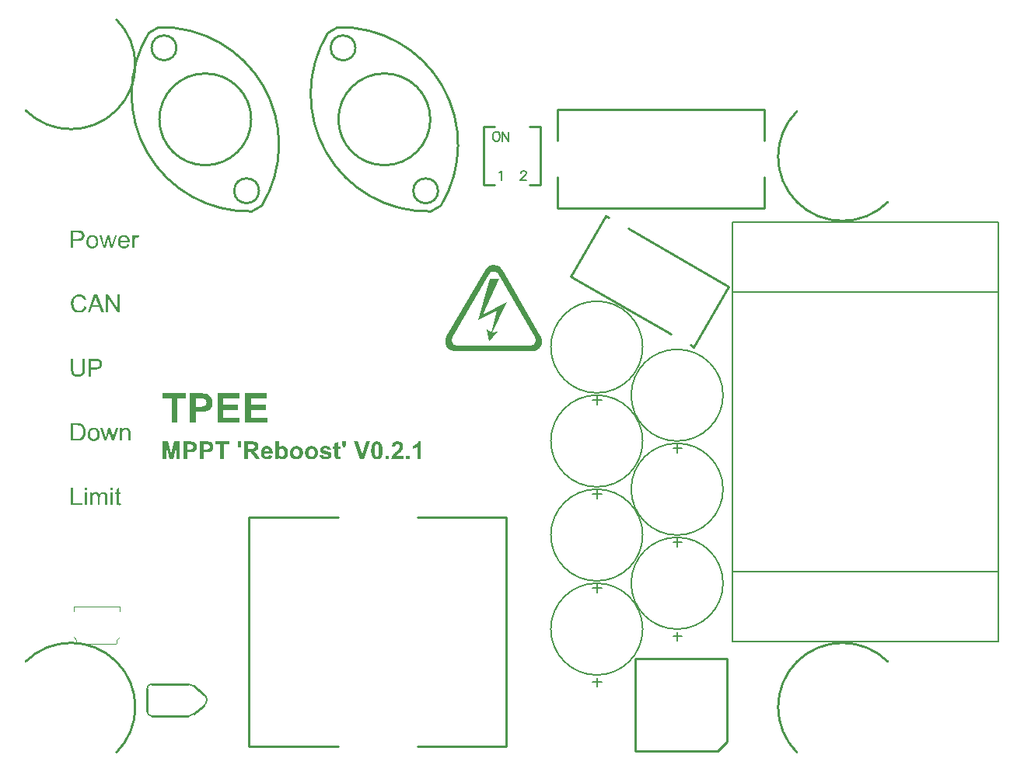
<source format=gbr>
%TF.GenerationSoftware,Altium Limited,Altium Designer,22.0.2 (36)*%
G04 Layer_Color=65535*
%FSLAX45Y45*%
%MOMM*%
%TF.SameCoordinates,6C3A6253-EFF2-48E9-9C48-1F107FDFC152*%
%TF.FilePolarity,Positive*%
%TF.FileFunction,Legend,Top*%
%TF.Part,Single*%
G01*
G75*
%TA.AperFunction,NonConductor*%
%ADD92C,0.20000*%
%ADD93C,0.25000*%
%ADD94C,0.25400*%
%ADD97C,0.10000*%
%ADD186C,0.12700*%
%ADD187C,0.15240*%
G36*
X5118399Y5319078D02*
X5128121Y5316300D01*
X5139232Y5313522D01*
X5151732Y5307967D01*
X5162843Y5301022D01*
X5175342Y5291300D01*
X5176731Y5289911D01*
X5179509Y5287133D01*
X5186453Y5280189D01*
X5187842Y5278800D01*
X5189231Y5276022D01*
X5194787Y5267689D01*
X5614226Y4541309D01*
X5615615Y4539920D01*
X5617004Y4535754D01*
X5619782Y4527420D01*
X5623948Y4517698D01*
X5626726Y4506587D01*
X5628115Y4492699D01*
Y4478810D01*
X5626726Y4463532D01*
Y4462143D01*
X5625337Y4459366D01*
X5623948Y4453810D01*
X5622559Y4448255D01*
Y4446866D01*
X5621171Y4444088D01*
X5618393Y4439922D01*
X5615615Y4432977D01*
X5614226D01*
X5612837Y4431588D01*
X5610060Y4427422D01*
X5605893Y4420477D01*
X5598949Y4413533D01*
X5590615Y4405200D01*
X5580893Y4396866D01*
X5568393Y4389922D01*
X5554505Y4384367D01*
X5553116D01*
X5548949Y4382978D01*
X5543394Y4381589D01*
X5537838D01*
X5536449Y4380200D01*
X5530894D01*
X5523950Y4378811D01*
X4678127Y4378811D01*
X4669793Y4380200D01*
X4660071Y4382978D01*
X4647571Y4385755D01*
X4635072Y4391311D01*
X4622572Y4398255D01*
X4610072Y4407977D01*
X4608683Y4409366D01*
X4605905Y4412144D01*
X4598961Y4419088D01*
X4597572Y4420477D01*
X4596183Y4423255D01*
X4590628Y4432977D01*
X4589239Y4434366D01*
X4587850Y4438532D01*
X4585072Y4445477D01*
X4580905Y4455199D01*
X4578128Y4466310D01*
X4576739Y4478810D01*
Y4492698D01*
X4578128Y4507976D01*
Y4509365D01*
X4579517Y4513531D01*
X4580905Y4519087D01*
X4582294Y4523254D01*
Y4524642D01*
X4583683Y4527420D01*
X4586461Y4531587D01*
X4589239Y4537142D01*
Y4538531D01*
Y4539920D01*
X4590628D01*
X5008678Y5264911D01*
Y5266300D01*
X5011456Y5269078D01*
X5017011Y5277411D01*
X5028122Y5289911D01*
X5040622Y5301022D01*
X5043400Y5302411D01*
X5048955Y5305189D01*
X5050344Y5306577D01*
X5053122Y5307966D01*
X5058677Y5310744D01*
X5064233Y5313522D01*
X5072566Y5316300D01*
X5082288Y5317688D01*
X5092010Y5320466D01*
X5110065D01*
X5118399Y5319078D01*
D02*
G37*
G36*
X954467Y2867128D02*
X930869D01*
Y2894058D01*
X954467D01*
Y2867128D01*
D02*
G37*
G36*
X671015D02*
X647417D01*
Y2894058D01*
X671015D01*
Y2867128D01*
D02*
G37*
G36*
X856189Y2844086D02*
X858132D01*
X860076Y2843808D01*
X864795Y2842975D01*
X869793Y2841587D01*
X875067Y2839366D01*
X880342Y2836590D01*
X884784Y2832703D01*
X885339Y2832148D01*
X886450Y2830482D01*
X888393Y2827984D01*
X889226Y2826040D01*
X890337Y2824097D01*
X891447Y2821598D01*
X892280Y2819100D01*
X893390Y2816324D01*
X894223Y2812992D01*
X894778Y2809661D01*
X895334Y2805774D01*
X895889Y2801887D01*
Y2797445D01*
Y2701943D01*
X872291D01*
Y2789394D01*
Y2789672D01*
Y2789949D01*
Y2791615D01*
Y2794114D01*
X872013Y2797168D01*
X871736Y2800499D01*
X871458Y2803831D01*
X870903Y2807162D01*
X870070Y2809661D01*
Y2809938D01*
X869515Y2810771D01*
X868960Y2811882D01*
X868127Y2813270D01*
X867016Y2814935D01*
X865628Y2816601D01*
X863962Y2818267D01*
X861741Y2819933D01*
X861464Y2820210D01*
X860631Y2820488D01*
X859521Y2821043D01*
X857577Y2821876D01*
X855634Y2822709D01*
X853135Y2823264D01*
X850637Y2823542D01*
X847583Y2823819D01*
X846195D01*
X845084Y2823542D01*
X842308Y2823264D01*
X838976Y2822709D01*
X835090Y2821321D01*
X830925Y2819655D01*
X826761Y2817156D01*
X822874Y2813825D01*
X822597Y2813270D01*
X821486Y2811882D01*
X819821Y2809661D01*
X818155Y2806329D01*
X816211Y2801887D01*
X814823Y2796612D01*
X813713Y2790227D01*
X813158Y2782731D01*
Y2701943D01*
X789560D01*
Y2792170D01*
Y2792448D01*
Y2793003D01*
Y2793559D01*
Y2794669D01*
X789282Y2797723D01*
X788727Y2801054D01*
X788172Y2804941D01*
X787061Y2808828D01*
X785673Y2812437D01*
X783730Y2815768D01*
X783452Y2816046D01*
X782619Y2817156D01*
X781231Y2818267D01*
X779288Y2819933D01*
X776789Y2821321D01*
X773458Y2822709D01*
X769571Y2823542D01*
X764851Y2823819D01*
X763186D01*
X761242Y2823542D01*
X759021Y2823264D01*
X756245Y2822431D01*
X752914Y2821598D01*
X749860Y2820210D01*
X746528Y2818545D01*
X746251Y2818267D01*
X745140Y2817434D01*
X743752Y2816324D01*
X741809Y2814658D01*
X739865Y2812437D01*
X737922Y2809661D01*
X735979Y2806607D01*
X734313Y2802998D01*
X734035Y2802442D01*
X733758Y2801054D01*
X733202Y2798833D01*
X732370Y2795780D01*
X731537Y2791615D01*
X730982Y2786618D01*
X730704Y2780788D01*
X730426Y2774125D01*
Y2701943D01*
X706828D01*
Y2841310D01*
X727928D01*
Y2821321D01*
X728205Y2821876D01*
X729038Y2822986D01*
X730704Y2824930D01*
X732647Y2827151D01*
X735146Y2829927D01*
X738200Y2832703D01*
X741531Y2835479D01*
X745418Y2837978D01*
X745973Y2838256D01*
X747361Y2839089D01*
X749582Y2839921D01*
X752636Y2841310D01*
X756245Y2842420D01*
X760409Y2843253D01*
X765129Y2844086D01*
X770126Y2844363D01*
X772625D01*
X775679Y2844086D01*
X779010Y2843531D01*
X783174Y2842698D01*
X787339Y2841587D01*
X791503Y2839921D01*
X795390Y2837700D01*
X795945Y2837423D01*
X797056Y2836590D01*
X798721Y2835202D01*
X800942Y2832981D01*
X803163Y2830482D01*
X805662Y2827428D01*
X807883Y2823819D01*
X809549Y2819655D01*
X809826Y2819933D01*
X810381Y2820766D01*
X811214Y2821876D01*
X812602Y2823542D01*
X814268Y2825485D01*
X816211Y2827428D01*
X818432Y2829649D01*
X821209Y2832148D01*
X824263Y2834369D01*
X827316Y2836590D01*
X830925Y2838533D01*
X834812Y2840477D01*
X838976Y2842142D01*
X843418Y2843253D01*
X847860Y2844086D01*
X852858Y2844363D01*
X854801D01*
X856189Y2844086D01*
D02*
G37*
G36*
X954467Y2701943D02*
X930869D01*
Y2841310D01*
X954467D01*
Y2701943D01*
D02*
G37*
G36*
X671015D02*
X647417D01*
Y2841310D01*
X671015D01*
Y2701943D01*
D02*
G37*
G36*
X525541Y2724708D02*
X620210D01*
Y2701943D01*
X500000D01*
Y2894058D01*
X525541D01*
Y2724708D01*
D02*
G37*
G36*
X1018043Y2841310D02*
X1041918D01*
Y2822986D01*
X1018043D01*
Y2741088D01*
Y2740533D01*
Y2739422D01*
Y2737757D01*
X1018320Y2735813D01*
X1018598Y2731371D01*
X1018876Y2729428D01*
X1019153Y2728040D01*
X1019431Y2727485D01*
X1020264Y2726374D01*
X1021374Y2724986D01*
X1023317Y2723598D01*
X1023873Y2723320D01*
X1025261Y2722765D01*
X1027759Y2722210D01*
X1031369Y2721932D01*
X1034145D01*
X1035533Y2722210D01*
X1037476D01*
X1039697Y2722487D01*
X1041918Y2722765D01*
X1044972Y2701943D01*
X1044417D01*
X1043306Y2701666D01*
X1041363Y2701388D01*
X1038864Y2701110D01*
X1036088Y2700555D01*
X1033034Y2700278D01*
X1026927Y2700000D01*
X1024706D01*
X1022485Y2700278D01*
X1019708Y2700555D01*
X1016377Y2700833D01*
X1013045Y2701666D01*
X1009992Y2702499D01*
X1006938Y2703887D01*
X1006660Y2704164D01*
X1005827Y2704720D01*
X1004717Y2705552D01*
X1003051Y2706940D01*
X1001663Y2708329D01*
X999997Y2710272D01*
X998332Y2712215D01*
X997221Y2714714D01*
Y2714992D01*
X996666Y2716102D01*
X996388Y2718045D01*
X995833Y2720822D01*
X995278Y2724431D01*
X995000Y2726652D01*
Y2729150D01*
X994722Y2732204D01*
X994445Y2735258D01*
Y2738589D01*
Y2742476D01*
Y2822986D01*
X976955D01*
Y2841310D01*
X994445D01*
Y2875735D01*
X1018043Y2889893D01*
Y2841310D01*
D02*
G37*
G36*
X595224Y4998500D02*
X597723Y4998222D01*
X600777Y4997945D01*
X603831Y4997667D01*
X607440Y4996834D01*
X614936Y4995168D01*
X623264Y4992670D01*
X627429Y4991004D01*
X631315Y4989061D01*
X635202Y4986562D01*
X639089Y4984063D01*
X639366Y4983786D01*
X639922Y4983508D01*
X641032Y4982675D01*
X642420Y4981287D01*
X643808Y4979899D01*
X645752Y4977956D01*
X647695Y4975735D01*
X649916Y4973514D01*
X652137Y4970738D01*
X654358Y4967406D01*
X656856Y4964075D01*
X659077Y4960466D01*
X661021Y4956301D01*
X663242Y4952137D01*
X664907Y4947695D01*
X666573Y4942698D01*
X641587Y4936868D01*
Y4937145D01*
X641310Y4937701D01*
X640754Y4938811D01*
X640199Y4940199D01*
X639644Y4941865D01*
X638811Y4944086D01*
X636590Y4948528D01*
X633814Y4953525D01*
X630482Y4958522D01*
X626318Y4963242D01*
X621876Y4967406D01*
X621321Y4967961D01*
X619655Y4969072D01*
X616879Y4970460D01*
X613270Y4972403D01*
X608550Y4974069D01*
X603275Y4975735D01*
X596890Y4976845D01*
X589950Y4977123D01*
X587729D01*
X586340Y4976845D01*
X584397D01*
X582176Y4976568D01*
X576901Y4975735D01*
X571071Y4974624D01*
X564964Y4972681D01*
X558578Y4969905D01*
X552748Y4966296D01*
X552471D01*
X552193Y4965740D01*
X550250Y4964352D01*
X547751Y4962131D01*
X544697Y4958800D01*
X541088Y4954636D01*
X537757Y4949916D01*
X534703Y4944086D01*
X531927Y4937701D01*
Y4937423D01*
X531649Y4936868D01*
X531371Y4936035D01*
X531094Y4934647D01*
X530538Y4932981D01*
X529983Y4931038D01*
X529150Y4926318D01*
X528040Y4920766D01*
X526929Y4914658D01*
X526374Y4907995D01*
X526096Y4900777D01*
Y4900499D01*
Y4899666D01*
Y4898278D01*
Y4896613D01*
X526374Y4894669D01*
Y4892171D01*
X526652Y4889394D01*
X526929Y4886340D01*
X527762Y4879678D01*
X529150Y4872459D01*
X530816Y4865241D01*
X533037Y4858023D01*
Y4857745D01*
X533315Y4857190D01*
X533870Y4856357D01*
X534425Y4854969D01*
X536091Y4851638D01*
X538589Y4847751D01*
X541643Y4843309D01*
X545530Y4838590D01*
X549972Y4834425D01*
X555247Y4830538D01*
X555524D01*
X556080Y4830261D01*
X556913Y4829706D01*
X558023Y4829150D01*
X559411Y4828595D01*
X561077Y4827762D01*
X564964Y4826097D01*
X569961Y4824431D01*
X575513Y4823043D01*
X581621Y4821932D01*
X588006Y4821655D01*
X589950D01*
X591615Y4821932D01*
X593559D01*
X595502Y4822210D01*
X600499Y4823320D01*
X606329Y4824708D01*
X612159Y4826929D01*
X618267Y4829983D01*
X621321Y4831649D01*
X624097Y4833870D01*
X624375Y4834148D01*
X624652Y4834425D01*
X625485Y4835258D01*
X626596Y4836091D01*
X627706Y4837479D01*
X629094Y4839145D01*
X630760Y4840810D01*
X632148Y4843031D01*
X633814Y4845530D01*
X635757Y4848306D01*
X637423Y4851082D01*
X639089Y4854414D01*
X640477Y4858023D01*
X641865Y4861910D01*
X643253Y4866074D01*
X644363Y4870516D01*
X669905Y4864131D01*
Y4863853D01*
X669627Y4862743D01*
X669072Y4861077D01*
X668239Y4858856D01*
X667406Y4856357D01*
X666296Y4853303D01*
X664907Y4849972D01*
X663242Y4846363D01*
X659355Y4838590D01*
X654358Y4830816D01*
X651304Y4826929D01*
X648250Y4823043D01*
X644919Y4819711D01*
X641032Y4816380D01*
X640754Y4816102D01*
X640199Y4815547D01*
X638811Y4814992D01*
X637423Y4813881D01*
X635202Y4812493D01*
X632981Y4811105D01*
X629927Y4809717D01*
X626873Y4808329D01*
X623264Y4806663D01*
X619377Y4805275D01*
X615213Y4803887D01*
X610771Y4802499D01*
X606052Y4801388D01*
X601054Y4800833D01*
X595780Y4800278D01*
X590227Y4800000D01*
X587173D01*
X584952Y4800278D01*
X582454D01*
X579400Y4800555D01*
X576068Y4801111D01*
X572182Y4801666D01*
X564131Y4803054D01*
X555802Y4805275D01*
X547473Y4808329D01*
X543587Y4810272D01*
X539700Y4812493D01*
X539422Y4812771D01*
X538867Y4813048D01*
X537757Y4813881D01*
X536646Y4814992D01*
X534980Y4816102D01*
X533037Y4817768D01*
X530816Y4819711D01*
X528595Y4821932D01*
X526374Y4824431D01*
X523876Y4826929D01*
X518878Y4833315D01*
X514159Y4840810D01*
X509994Y4849139D01*
Y4849417D01*
X509439Y4850250D01*
X509162Y4851638D01*
X508329Y4853303D01*
X507773Y4855524D01*
X506941Y4858301D01*
X505830Y4861355D01*
X504997Y4864686D01*
X504164Y4868295D01*
X503054Y4872459D01*
X501666Y4881066D01*
X500555Y4890782D01*
X500000Y4900777D01*
Y4901054D01*
Y4902165D01*
Y4903831D01*
X500278Y4905774D01*
Y4908550D01*
X500555Y4911326D01*
X500833Y4914936D01*
X501388Y4918545D01*
X502776Y4926596D01*
X504720Y4935480D01*
X507496Y4944363D01*
X511383Y4952970D01*
X511660Y4953247D01*
X511938Y4954080D01*
X512493Y4955191D01*
X513603Y4956579D01*
X514714Y4958522D01*
X516102Y4960743D01*
X519711Y4965740D01*
X524431Y4971293D01*
X529983Y4976845D01*
X536368Y4982398D01*
X543864Y4987117D01*
X544142Y4987395D01*
X544975Y4987673D01*
X546085Y4988228D01*
X547473Y4989061D01*
X549694Y4989893D01*
X551915Y4990726D01*
X554692Y4991837D01*
X557745Y4992947D01*
X561077Y4994058D01*
X564686Y4995168D01*
X572459Y4996834D01*
X581343Y4998222D01*
X590505Y4998777D01*
X593281D01*
X595224Y4998500D01*
D02*
G37*
G36*
X1031369Y4803332D02*
X1004994D01*
X904495Y4954080D01*
Y4803332D01*
X880065D01*
Y4995446D01*
X906161D01*
X1006938Y4844420D01*
Y4995446D01*
X1031369D01*
Y4803332D01*
D02*
G37*
G36*
X859798D02*
X830925D01*
X808438Y4861632D01*
X727928D01*
X707106Y4803332D01*
X680177D01*
X753469Y4995446D01*
X781231D01*
X859798Y4803332D01*
D02*
G37*
G36*
X1103550Y3545196D02*
X1106604Y3544919D01*
X1110213Y3544363D01*
X1114100Y3543531D01*
X1118264Y3542420D01*
X1122151Y3540754D01*
X1122706Y3540477D01*
X1123817Y3539922D01*
X1125760Y3539089D01*
X1127981Y3537701D01*
X1130757Y3536035D01*
X1133256Y3533814D01*
X1135754Y3531593D01*
X1137975Y3528817D01*
X1138253Y3528539D01*
X1138808Y3527429D01*
X1139641Y3526040D01*
X1141029Y3524097D01*
X1142140Y3521321D01*
X1143250Y3518545D01*
X1144638Y3515213D01*
X1145471Y3511604D01*
Y3511326D01*
X1145749Y3510216D01*
X1146026Y3508550D01*
X1146304Y3506329D01*
Y3502998D01*
X1146582Y3499111D01*
X1146859Y3494392D01*
Y3488561D01*
Y3403054D01*
X1123261D01*
Y3487451D01*
Y3487729D01*
Y3488006D01*
Y3489950D01*
Y3492448D01*
X1122984Y3495502D01*
X1122706Y3499111D01*
X1122151Y3502720D01*
X1121318Y3506052D01*
X1120485Y3509106D01*
Y3509383D01*
X1119930Y3510216D01*
X1119097Y3511604D01*
X1118264Y3513270D01*
X1116876Y3514936D01*
X1115210Y3516879D01*
X1112989Y3518822D01*
X1110491Y3520488D01*
X1110213Y3520766D01*
X1109380Y3521321D01*
X1107715Y3521876D01*
X1105771Y3522709D01*
X1103550Y3523542D01*
X1100774Y3524375D01*
X1097443Y3524652D01*
X1094111Y3524930D01*
X1092723D01*
X1091612Y3524652D01*
X1088836Y3524375D01*
X1085227Y3523819D01*
X1081340Y3522431D01*
X1076899Y3520766D01*
X1072457Y3518545D01*
X1068292Y3515213D01*
X1067737Y3514658D01*
X1066627Y3513270D01*
X1065794Y3512159D01*
X1064961Y3510771D01*
X1063850Y3509106D01*
X1063017Y3507162D01*
X1061907Y3504941D01*
X1060796Y3502165D01*
X1059964Y3499111D01*
X1059131Y3495780D01*
X1058575Y3492171D01*
X1058020Y3488284D01*
X1057465Y3483564D01*
Y3478845D01*
Y3403054D01*
X1033867D01*
Y3542420D01*
X1054966D01*
Y3522431D01*
X1055244Y3522709D01*
X1055799Y3523542D01*
X1056632Y3524652D01*
X1057743Y3526040D01*
X1059408Y3527706D01*
X1061352Y3529650D01*
X1063573Y3531871D01*
X1066349Y3534091D01*
X1069125Y3536035D01*
X1072457Y3538256D01*
X1076066Y3540199D01*
X1079952Y3541865D01*
X1084394Y3543253D01*
X1088836Y3544363D01*
X1093833Y3545196D01*
X1099108Y3545474D01*
X1101329D01*
X1103550Y3545196D01*
D02*
G37*
G36*
X970014Y3403054D02*
X945861D01*
X923651Y3486341D01*
X918099Y3510216D01*
X890059Y3403054D01*
X865073D01*
X822874Y3542420D01*
X847583D01*
X869793Y3461910D01*
X877566Y3431927D01*
Y3432204D01*
X877844Y3432759D01*
X878121Y3434148D01*
X878399Y3434980D01*
X878676Y3436369D01*
X878954Y3438034D01*
X879509Y3439978D01*
X880065Y3442199D01*
X880897Y3444975D01*
X881730Y3448029D01*
X882563Y3451638D01*
X883674Y3455802D01*
X884784Y3460522D01*
X906994Y3542420D01*
X931147D01*
X951969Y3461355D01*
X958909Y3434703D01*
X966960Y3461632D01*
X990836Y3542420D01*
X1013878D01*
X970014Y3403054D01*
D02*
G37*
G36*
X578845Y3594891D02*
X584397Y3594613D01*
X589950Y3594058D01*
X595502Y3593225D01*
X600222Y3592392D01*
X600499D01*
X601054Y3592114D01*
X601887D01*
X602998Y3591559D01*
X606052Y3590726D01*
X609938Y3589338D01*
X614380Y3587395D01*
X619100Y3584896D01*
X623819Y3582120D01*
X628261Y3578511D01*
X628539Y3578233D01*
X628817Y3577956D01*
X629649Y3577123D01*
X630760Y3576290D01*
X633536Y3573514D01*
X636868Y3569627D01*
X640477Y3564908D01*
X644363Y3559355D01*
X647973Y3552970D01*
X651026Y3545752D01*
Y3545474D01*
X651304Y3544919D01*
X651859Y3543808D01*
X652137Y3542143D01*
X652970Y3540199D01*
X653525Y3537978D01*
X654080Y3535480D01*
X654913Y3532426D01*
X655746Y3529372D01*
X656301Y3525763D01*
X657689Y3517989D01*
X658522Y3509383D01*
X658800Y3499944D01*
Y3499666D01*
Y3499111D01*
Y3497723D01*
Y3496335D01*
X658522Y3494392D01*
Y3492171D01*
X658245Y3486896D01*
X657412Y3480788D01*
X656579Y3474403D01*
X655191Y3467740D01*
X653525Y3461077D01*
Y3460799D01*
X653247Y3460244D01*
X652970Y3459411D01*
X652692Y3458301D01*
X651582Y3455247D01*
X649916Y3451360D01*
X648250Y3446918D01*
X646029Y3442476D01*
X643253Y3437757D01*
X640477Y3433315D01*
X640199Y3432759D01*
X639089Y3431371D01*
X637423Y3429428D01*
X635202Y3426929D01*
X632703Y3424153D01*
X629649Y3421377D01*
X626596Y3418323D01*
X622987Y3415825D01*
X622431Y3415547D01*
X621321Y3414714D01*
X619377Y3413604D01*
X616601Y3412215D01*
X613270Y3410550D01*
X609383Y3409162D01*
X604941Y3407496D01*
X599944Y3406108D01*
X599389D01*
X598556Y3405830D01*
X597723Y3405552D01*
X594947Y3405275D01*
X591060Y3404720D01*
X586618Y3404164D01*
X581343Y3403609D01*
X575513Y3403332D01*
X569128Y3403054D01*
X500000D01*
Y3595168D01*
X573847D01*
X578845Y3594891D01*
D02*
G37*
G36*
X751803Y3545196D02*
X754302Y3544919D01*
X757078Y3544363D01*
X760132Y3543808D01*
X763741Y3543253D01*
X771237Y3540754D01*
X775123Y3539366D01*
X779010Y3537423D01*
X782897Y3535480D01*
X786784Y3532703D01*
X790393Y3529927D01*
X794002Y3526596D01*
X794279Y3526318D01*
X794835Y3525763D01*
X795667Y3524652D01*
X796778Y3523264D01*
X798166Y3521321D01*
X799832Y3518822D01*
X801498Y3516046D01*
X803163Y3512992D01*
X804829Y3509661D01*
X806495Y3505496D01*
X808160Y3501332D01*
X809549Y3496613D01*
X810659Y3491615D01*
X811492Y3486341D01*
X812047Y3480788D01*
X812325Y3474680D01*
Y3474403D01*
Y3473570D01*
Y3472182D01*
Y3470238D01*
X812047Y3468017D01*
X811770Y3465241D01*
Y3462465D01*
X811214Y3459411D01*
X810381Y3452471D01*
X808716Y3445530D01*
X806772Y3438590D01*
X803996Y3432204D01*
Y3431927D01*
X803718Y3431649D01*
X803163Y3430816D01*
X802608Y3429706D01*
X800665Y3426929D01*
X798166Y3423598D01*
X794835Y3419711D01*
X790670Y3415825D01*
X785951Y3411938D01*
X780398Y3408329D01*
X780121D01*
X779843Y3408051D01*
X779010Y3407496D01*
X777622Y3406941D01*
X776234Y3406385D01*
X774568Y3405830D01*
X770404Y3404164D01*
X765684Y3402776D01*
X759854Y3401388D01*
X753747Y3400278D01*
X747084Y3400000D01*
X744307D01*
X742086Y3400278D01*
X739588Y3400555D01*
X736812Y3401111D01*
X733480Y3401666D01*
X730149Y3402221D01*
X722653Y3404442D01*
X718489Y3406108D01*
X714602Y3407773D01*
X710715Y3409994D01*
X706828Y3412493D01*
X703219Y3415269D01*
X699610Y3418601D01*
X699333Y3418878D01*
X698777Y3419434D01*
X697945Y3420544D01*
X696834Y3422210D01*
X695446Y3424153D01*
X694058Y3426374D01*
X692392Y3429150D01*
X690726Y3432482D01*
X689061Y3436091D01*
X687395Y3440255D01*
X686007Y3444697D01*
X684619Y3449417D01*
X683508Y3454692D01*
X682675Y3460244D01*
X682120Y3466352D01*
X681842Y3472737D01*
Y3473292D01*
Y3474403D01*
X682120Y3476346D01*
Y3479122D01*
X682398Y3482176D01*
X682953Y3486063D01*
X683508Y3489950D01*
X684619Y3494392D01*
X685729Y3498833D01*
X687117Y3503553D01*
X688783Y3508550D01*
X691004Y3513270D01*
X693225Y3517712D01*
X696279Y3522154D01*
X699333Y3526318D01*
X703219Y3529927D01*
X703497Y3530205D01*
X704052Y3530482D01*
X705163Y3531315D01*
X706551Y3532426D01*
X708217Y3533536D01*
X710437Y3534924D01*
X712658Y3536312D01*
X715435Y3537701D01*
X718489Y3539089D01*
X721820Y3540477D01*
X729316Y3542975D01*
X737922Y3544919D01*
X742364Y3545196D01*
X747084Y3545474D01*
X749860D01*
X751803Y3545196D01*
D02*
G37*
G36*
X2630591Y3866103D02*
X2457971D01*
Y3795296D01*
X2618559D01*
Y3741150D01*
X2457971D01*
Y3654146D01*
X2636607D01*
Y3600000D01*
X2393181D01*
Y3920249D01*
X2630591D01*
Y3866103D01*
D02*
G37*
G36*
X2332093D02*
X2159473D01*
Y3795296D01*
X2320060D01*
Y3741150D01*
X2159473D01*
Y3654146D01*
X2338109D01*
Y3600000D01*
X2094683D01*
Y3920249D01*
X2332093D01*
Y3866103D01*
D02*
G37*
G36*
X1919286Y3919786D02*
X1931318D01*
X1944277Y3918861D01*
X1957235Y3917935D01*
X1962788Y3917472D01*
X1968342Y3917010D01*
X1972969Y3916084D01*
X1976672Y3915159D01*
X1977134D01*
X1978060Y3914696D01*
X1979448Y3914233D01*
X1981300Y3913770D01*
X1986390Y3911456D01*
X1992869Y3908680D01*
X1999811Y3904514D01*
X2007678Y3898961D01*
X2015083Y3892019D01*
X2022488Y3883689D01*
Y3883226D01*
X2023413Y3882763D01*
X2024339Y3881375D01*
X2025264Y3879524D01*
X2027116Y3876747D01*
X2028504Y3873970D01*
X2030355Y3870731D01*
X2032206Y3867029D01*
X2035446Y3857773D01*
X2038685Y3847591D01*
X2040536Y3835096D01*
X2041462Y3821675D01*
Y3821213D01*
Y3820287D01*
Y3818899D01*
Y3816585D01*
X2040999Y3814271D01*
Y3811031D01*
X2040074Y3804552D01*
X2038685Y3796685D01*
X2036834Y3787892D01*
X2034057Y3779562D01*
X2030355Y3771694D01*
X2029892Y3770769D01*
X2028504Y3768455D01*
X2026190Y3764752D01*
X2022950Y3760125D01*
X2019248Y3755497D01*
X2014158Y3749943D01*
X2009067Y3744853D01*
X2003051Y3740225D01*
X2002125Y3739762D01*
X2000274Y3738374D01*
X1997034Y3736522D01*
X1992869Y3734208D01*
X1987779Y3731432D01*
X1982225Y3729118D01*
X1976209Y3726804D01*
X1969730Y3724953D01*
X1968804D01*
X1967416Y3724490D01*
X1965565D01*
X1963251Y3724027D01*
X1960011Y3723564D01*
X1956772Y3723102D01*
X1952607D01*
X1948442Y3722639D01*
X1943351Y3722176D01*
X1937797Y3721713D01*
X1931781Y3721250D01*
X1925302D01*
X1918360Y3720788D01*
X1860975D01*
Y3600000D01*
X1796184D01*
Y3920249D01*
X1914195D01*
X1919286Y3919786D01*
D02*
G37*
G36*
X1754071Y3866103D02*
X1659662D01*
Y3600000D01*
X1594872D01*
Y3866103D01*
X1500000D01*
Y3920249D01*
X1754071D01*
Y3866103D01*
D02*
G37*
G36*
X651026Y4184397D02*
Y4184119D01*
Y4183009D01*
Y4181621D01*
Y4179677D01*
X650749Y4177179D01*
Y4174403D01*
X650471Y4171071D01*
X650194Y4167740D01*
X649361Y4160244D01*
X648250Y4152470D01*
X646584Y4144975D01*
X645474Y4141366D01*
X644363Y4138034D01*
Y4137757D01*
X644086Y4137201D01*
X643531Y4136368D01*
X642975Y4135258D01*
X641310Y4132204D01*
X638811Y4128317D01*
X635480Y4123875D01*
X631593Y4119433D01*
X626596Y4114714D01*
X620488Y4110550D01*
X620210D01*
X619655Y4109994D01*
X618822Y4109717D01*
X617434Y4108884D01*
X615768Y4108051D01*
X613547Y4107218D01*
X611326Y4106385D01*
X608550Y4105275D01*
X605496Y4104164D01*
X602165Y4103331D01*
X598556Y4102499D01*
X594391Y4101666D01*
X590227Y4101110D01*
X585785Y4100555D01*
X575791Y4100000D01*
X573292D01*
X571349Y4100278D01*
X569128D01*
X566352Y4100555D01*
X563298Y4100833D01*
X560244Y4101110D01*
X553303Y4102221D01*
X545808Y4103887D01*
X538589Y4106108D01*
X531649Y4109161D01*
X531371D01*
X530816Y4109717D01*
X529983Y4110272D01*
X528873Y4110827D01*
X525819Y4113048D01*
X522210Y4116102D01*
X518045Y4119989D01*
X514159Y4124431D01*
X510272Y4129983D01*
X507218Y4136091D01*
Y4136368D01*
X506941Y4136924D01*
X506663Y4138034D01*
X506108Y4139422D01*
X505552Y4141088D01*
X504997Y4143309D01*
X504164Y4145808D01*
X503609Y4148861D01*
X503054Y4152193D01*
X502221Y4155802D01*
X501666Y4159689D01*
X501111Y4163853D01*
X500555Y4168573D01*
X500278Y4173570D01*
X500000Y4178845D01*
Y4184397D01*
Y4295446D01*
X525541D01*
Y4184397D01*
Y4184119D01*
Y4183287D01*
Y4181898D01*
Y4180233D01*
X525819Y4178289D01*
Y4175791D01*
X526096Y4170516D01*
X526652Y4164408D01*
X527485Y4158301D01*
X528595Y4152470D01*
X529150Y4149972D01*
X529983Y4147473D01*
X530261Y4146918D01*
X530816Y4145530D01*
X532204Y4143587D01*
X533870Y4140810D01*
X535813Y4138034D01*
X538589Y4134980D01*
X541921Y4131926D01*
X545808Y4129428D01*
X546363Y4129150D01*
X547751Y4128317D01*
X550250Y4127485D01*
X553581Y4126374D01*
X557468Y4124986D01*
X562465Y4124153D01*
X567740Y4123320D01*
X573570Y4123043D01*
X576346D01*
X578012Y4123320D01*
X580510D01*
X583009Y4123598D01*
X589117Y4124708D01*
X595780Y4126096D01*
X602165Y4128317D01*
X608273Y4131371D01*
X611049Y4133315D01*
X613547Y4135536D01*
X613825Y4135813D01*
X614103Y4136091D01*
X614658Y4136924D01*
X615491Y4138034D01*
X616324Y4139700D01*
X617434Y4141366D01*
X618545Y4143864D01*
X619655Y4146363D01*
X620766Y4149417D01*
X621598Y4153026D01*
X622709Y4157190D01*
X623542Y4161632D01*
X624375Y4166629D01*
X624930Y4171904D01*
X625485Y4178012D01*
Y4184397D01*
Y4295446D01*
X651026D01*
Y4184397D01*
D02*
G37*
G36*
X776512Y4295168D02*
X781231Y4294891D01*
X786228Y4294613D01*
X790948Y4294058D01*
X795112Y4293502D01*
X795667D01*
X797611Y4292947D01*
X800109Y4292392D01*
X803441Y4291559D01*
X807050Y4290171D01*
X810937Y4288505D01*
X815101Y4286562D01*
X818710Y4284341D01*
X819265Y4284063D01*
X820376Y4283230D01*
X822042Y4281565D01*
X824263Y4279621D01*
X826761Y4277123D01*
X829260Y4273791D01*
X832036Y4270182D01*
X834257Y4266018D01*
X834535Y4265463D01*
X835090Y4264075D01*
X836200Y4261576D01*
X837311Y4258244D01*
X838144Y4254358D01*
X839254Y4249916D01*
X839809Y4244919D01*
X840087Y4239644D01*
Y4239366D01*
Y4238533D01*
Y4237423D01*
X839809Y4235479D01*
X839532Y4233536D01*
X839254Y4231038D01*
X838699Y4228261D01*
X838144Y4225207D01*
X836200Y4218822D01*
X835090Y4215491D01*
X833424Y4211882D01*
X831481Y4208273D01*
X829537Y4204941D01*
X827039Y4201610D01*
X824263Y4198278D01*
X823985Y4198000D01*
X823430Y4197445D01*
X822597Y4196612D01*
X821209Y4195780D01*
X819543Y4194391D01*
X817322Y4193003D01*
X814546Y4191338D01*
X811492Y4189949D01*
X807883Y4188284D01*
X803718Y4186618D01*
X799277Y4185230D01*
X794002Y4184119D01*
X788449Y4183009D01*
X782342Y4182176D01*
X775401Y4181621D01*
X768183Y4181343D01*
X719044D01*
Y4103331D01*
X693503D01*
Y4295446D01*
X772347D01*
X776512Y4295168D01*
D02*
G37*
G36*
X1224038Y5645196D02*
X1227092Y5644641D01*
X1230701Y5643530D01*
X1234588Y5642142D01*
X1239030Y5640199D01*
X1243749Y5637700D01*
X1235143Y5616046D01*
X1234865Y5616324D01*
X1233755Y5616879D01*
X1232089Y5617712D01*
X1229868Y5618545D01*
X1227370Y5619377D01*
X1224316Y5620210D01*
X1221262Y5620765D01*
X1218208Y5621043D01*
X1216820D01*
X1215432Y5620765D01*
X1213489Y5620488D01*
X1211545Y5619933D01*
X1209047Y5619100D01*
X1206548Y5617989D01*
X1204327Y5616324D01*
X1204049Y5616046D01*
X1203217Y5615491D01*
X1202384Y5614380D01*
X1200996Y5612992D01*
X1199607Y5611049D01*
X1198219Y5608828D01*
X1196831Y5606329D01*
X1195721Y5603275D01*
X1195443Y5602720D01*
X1195166Y5601054D01*
X1194610Y5598556D01*
X1193777Y5595224D01*
X1192945Y5591060D01*
X1192389Y5586340D01*
X1192112Y5581343D01*
X1191834Y5575791D01*
Y5503054D01*
X1168236D01*
Y5642420D01*
X1189613D01*
Y5621321D01*
X1189891Y5621598D01*
X1191001Y5623542D01*
X1192389Y5626040D01*
X1194610Y5629094D01*
X1196831Y5632148D01*
X1199330Y5635479D01*
X1201828Y5638256D01*
X1204327Y5640477D01*
X1204605Y5640754D01*
X1205438Y5641310D01*
X1207103Y5642142D01*
X1208769Y5642975D01*
X1210990Y5643808D01*
X1213766Y5644641D01*
X1216542Y5645196D01*
X1219596Y5645474D01*
X1221540D01*
X1224038Y5645196D01*
D02*
G37*
G36*
X955300Y5503054D02*
X931147D01*
X908937Y5586340D01*
X903385Y5610216D01*
X875345Y5503054D01*
X850359D01*
X808160Y5642420D01*
X832869D01*
X855079Y5561910D01*
X862852Y5531926D01*
Y5532204D01*
X863130Y5532759D01*
X863407Y5534147D01*
X863685Y5534980D01*
X863962Y5536368D01*
X864240Y5538034D01*
X864795Y5539977D01*
X865351Y5542198D01*
X866183Y5544975D01*
X867016Y5548029D01*
X867849Y5551638D01*
X868960Y5555802D01*
X870070Y5560522D01*
X892280Y5642420D01*
X916433D01*
X937255Y5561354D01*
X944195Y5534703D01*
X952246Y5561632D01*
X976122Y5642420D01*
X999164D01*
X955300Y5503054D01*
D02*
G37*
G36*
X583009Y5694891D02*
X587729Y5694613D01*
X592726Y5694335D01*
X597445Y5693780D01*
X601610Y5693225D01*
X602165D01*
X604108Y5692670D01*
X606607Y5692114D01*
X609938Y5691281D01*
X613547Y5689893D01*
X617434Y5688228D01*
X621598Y5686284D01*
X625208Y5684063D01*
X625763Y5683786D01*
X626873Y5682953D01*
X628539Y5681287D01*
X630760Y5679344D01*
X633259Y5676845D01*
X635757Y5673514D01*
X638533Y5669905D01*
X640754Y5665740D01*
X641032Y5665185D01*
X641587Y5663797D01*
X642698Y5661298D01*
X643808Y5657967D01*
X644641Y5654080D01*
X645752Y5649638D01*
X646307Y5644641D01*
X646584Y5639366D01*
Y5639089D01*
Y5638256D01*
Y5637145D01*
X646307Y5635202D01*
X646029Y5633258D01*
X645752Y5630760D01*
X645196Y5627984D01*
X644641Y5624930D01*
X642698Y5618545D01*
X641587Y5615213D01*
X639922Y5611604D01*
X637978Y5607995D01*
X636035Y5604663D01*
X633536Y5601332D01*
X630760Y5598000D01*
X630482Y5597723D01*
X629927Y5597168D01*
X629094Y5596335D01*
X627706Y5595502D01*
X626040Y5594114D01*
X623819Y5592726D01*
X621043Y5591060D01*
X617989Y5589672D01*
X614380Y5588006D01*
X610216Y5586340D01*
X605774Y5584952D01*
X600499Y5583842D01*
X594947Y5582731D01*
X588839Y5581898D01*
X581899Y5581343D01*
X574680Y5581066D01*
X525541D01*
Y5503054D01*
X500000D01*
Y5695168D01*
X578845D01*
X583009Y5694891D01*
D02*
G37*
G36*
X1080785Y5645196D02*
X1083006Y5644919D01*
X1085782Y5644363D01*
X1088836Y5643808D01*
X1092445Y5642975D01*
X1095777Y5642142D01*
X1099664Y5640754D01*
X1103273Y5639366D01*
X1107159Y5637423D01*
X1111046Y5635202D01*
X1114933Y5632703D01*
X1118542Y5629649D01*
X1121873Y5626318D01*
X1122151Y5626040D01*
X1122706Y5625485D01*
X1123539Y5624375D01*
X1124650Y5622709D01*
X1126038Y5620765D01*
X1127426Y5618545D01*
X1129091Y5615768D01*
X1130757Y5612437D01*
X1132423Y5608828D01*
X1134089Y5604941D01*
X1135477Y5600499D01*
X1136865Y5595780D01*
X1137975Y5590505D01*
X1138808Y5584952D01*
X1139363Y5579122D01*
X1139641Y5572737D01*
Y5572459D01*
Y5571349D01*
Y5569405D01*
X1139363Y5566629D01*
X1035255D01*
Y5566352D01*
Y5565519D01*
X1035533Y5564408D01*
Y5562742D01*
X1035810Y5560799D01*
X1036366Y5558578D01*
X1037199Y5553581D01*
X1038864Y5548029D01*
X1041085Y5541921D01*
X1044139Y5536368D01*
X1048026Y5531371D01*
X1048303D01*
X1048581Y5530816D01*
X1050247Y5529428D01*
X1052745Y5527484D01*
X1056077Y5525541D01*
X1060519Y5523320D01*
X1065516Y5521377D01*
X1071068Y5519989D01*
X1074122Y5519711D01*
X1077454Y5519433D01*
X1079675D01*
X1082173Y5519711D01*
X1085227Y5520266D01*
X1088559Y5521099D01*
X1092445Y5522210D01*
X1096054Y5523875D01*
X1099664Y5526096D01*
X1099941Y5526374D01*
X1101329Y5527484D01*
X1102995Y5529150D01*
X1104938Y5531371D01*
X1107159Y5534425D01*
X1109658Y5538312D01*
X1112157Y5542754D01*
X1114378Y5548029D01*
X1138808Y5544975D01*
Y5544697D01*
X1138531Y5544142D01*
X1138253Y5543031D01*
X1137698Y5541366D01*
X1136865Y5539700D01*
X1136032Y5537479D01*
X1133811Y5532759D01*
X1131035Y5527484D01*
X1127148Y5521932D01*
X1122706Y5516657D01*
X1117154Y5511660D01*
X1116876D01*
X1116321Y5511105D01*
X1115488Y5510550D01*
X1114378Y5509717D01*
X1112712Y5508884D01*
X1111046Y5508051D01*
X1108825Y5506940D01*
X1106326Y5505830D01*
X1103550Y5504719D01*
X1100774Y5503609D01*
X1093833Y5501943D01*
X1086060Y5500555D01*
X1077454Y5500000D01*
X1074400D01*
X1072457Y5500278D01*
X1069958Y5500555D01*
X1066904Y5501110D01*
X1063573Y5501666D01*
X1059964Y5502221D01*
X1052190Y5504442D01*
X1048026Y5506108D01*
X1044139Y5507773D01*
X1039975Y5509994D01*
X1036088Y5512493D01*
X1032479Y5515269D01*
X1028870Y5518601D01*
X1028592Y5518878D01*
X1028037Y5519433D01*
X1027204Y5520544D01*
X1026094Y5522210D01*
X1024706Y5524153D01*
X1023317Y5526374D01*
X1021652Y5529150D01*
X1019986Y5532204D01*
X1018320Y5535813D01*
X1016655Y5539700D01*
X1015266Y5544142D01*
X1013878Y5548861D01*
X1012768Y5553859D01*
X1011935Y5559411D01*
X1011380Y5565241D01*
X1011102Y5571349D01*
Y5571626D01*
Y5573015D01*
Y5574680D01*
X1011380Y5577179D01*
X1011657Y5580233D01*
X1011935Y5583564D01*
X1012490Y5587451D01*
X1013323Y5591338D01*
X1015544Y5600221D01*
X1016932Y5604663D01*
X1018598Y5609383D01*
X1020819Y5613825D01*
X1023317Y5617989D01*
X1026094Y5622154D01*
X1029148Y5626040D01*
X1029425Y5626318D01*
X1029980Y5626873D01*
X1031091Y5627706D01*
X1032479Y5629094D01*
X1034145Y5630482D01*
X1036366Y5632148D01*
X1038864Y5634091D01*
X1041918Y5635757D01*
X1044972Y5637700D01*
X1048581Y5639366D01*
X1052468Y5641032D01*
X1056632Y5642420D01*
X1061074Y5643808D01*
X1065794Y5644641D01*
X1070791Y5645196D01*
X1076066Y5645474D01*
X1078842D01*
X1080785Y5645196D01*
D02*
G37*
G36*
X737089D02*
X739588Y5644919D01*
X742364Y5644363D01*
X745418Y5643808D01*
X749027Y5643253D01*
X756523Y5640754D01*
X760409Y5639366D01*
X764296Y5637423D01*
X768183Y5635479D01*
X772070Y5632703D01*
X775679Y5629927D01*
X779288Y5626596D01*
X779565Y5626318D01*
X780121Y5625763D01*
X780953Y5624652D01*
X782064Y5623264D01*
X783452Y5621321D01*
X785118Y5618822D01*
X786784Y5616046D01*
X788449Y5612992D01*
X790115Y5609661D01*
X791781Y5605496D01*
X793446Y5601332D01*
X794835Y5596612D01*
X795945Y5591615D01*
X796778Y5586340D01*
X797333Y5580788D01*
X797611Y5574680D01*
Y5574403D01*
Y5573570D01*
Y5572182D01*
Y5570238D01*
X797333Y5568017D01*
X797056Y5565241D01*
Y5562465D01*
X796500Y5559411D01*
X795667Y5552470D01*
X794002Y5545530D01*
X792058Y5538589D01*
X789282Y5532204D01*
Y5531926D01*
X789005Y5531649D01*
X788449Y5530816D01*
X787894Y5529705D01*
X785951Y5526929D01*
X783452Y5523598D01*
X780121Y5519711D01*
X775956Y5515824D01*
X771237Y5511938D01*
X765684Y5508329D01*
X765407D01*
X765129Y5508051D01*
X764296Y5507496D01*
X762908Y5506940D01*
X761520Y5506385D01*
X759854Y5505830D01*
X755690Y5504164D01*
X750970Y5502776D01*
X745140Y5501388D01*
X739033Y5500278D01*
X732370Y5500000D01*
X729593D01*
X727372Y5500278D01*
X724874Y5500555D01*
X722098Y5501110D01*
X718766Y5501666D01*
X715435Y5502221D01*
X707939Y5504442D01*
X703775Y5506108D01*
X699888Y5507773D01*
X696001Y5509994D01*
X692114Y5512493D01*
X688505Y5515269D01*
X684896Y5518601D01*
X684619Y5518878D01*
X684063Y5519433D01*
X683231Y5520544D01*
X682120Y5522210D01*
X680732Y5524153D01*
X679344Y5526374D01*
X677678Y5529150D01*
X676012Y5532482D01*
X674347Y5536091D01*
X672681Y5540255D01*
X671293Y5544697D01*
X669905Y5549417D01*
X668794Y5554691D01*
X667961Y5560244D01*
X667406Y5566352D01*
X667128Y5572737D01*
Y5573292D01*
Y5574403D01*
X667406Y5576346D01*
Y5579122D01*
X667684Y5582176D01*
X668239Y5586063D01*
X668794Y5589949D01*
X669905Y5594391D01*
X671015Y5598833D01*
X672403Y5603553D01*
X674069Y5608550D01*
X676290Y5613270D01*
X678511Y5617712D01*
X681565Y5622154D01*
X684619Y5626318D01*
X688505Y5629927D01*
X688783Y5630205D01*
X689338Y5630482D01*
X690449Y5631315D01*
X691837Y5632426D01*
X693503Y5633536D01*
X695724Y5634924D01*
X697945Y5636312D01*
X700721Y5637700D01*
X703775Y5639089D01*
X707106Y5640477D01*
X714602Y5642975D01*
X723208Y5644919D01*
X727650Y5645196D01*
X732370Y5645474D01*
X735146D01*
X737089Y5645196D01*
D02*
G37*
G36*
X3491660Y3362964D02*
X3485553Y3327429D01*
X3458346D01*
X3451683Y3362964D01*
Y3395724D01*
X3491660D01*
Y3362964D01*
D02*
G37*
G36*
X2353688D02*
X2347580Y3327429D01*
X2320373D01*
X2313710Y3362964D01*
Y3395724D01*
X2353688D01*
Y3362964D01*
D02*
G37*
G36*
X3277614Y3345752D02*
X3280390Y3345474D01*
X3283444Y3345197D01*
X3286775Y3344919D01*
X3293716Y3343808D01*
X3300656Y3342143D01*
X3307319Y3339644D01*
X3310373Y3338256D01*
X3313149Y3336590D01*
X3313427D01*
X3313705Y3336035D01*
X3315370Y3334924D01*
X3317869Y3332704D01*
X3320645Y3329650D01*
X3323977Y3326041D01*
X3327030Y3321321D01*
X3330084Y3315769D01*
X3332305Y3309383D01*
X3297602Y3302998D01*
Y3303276D01*
X3297047Y3304386D01*
X3296492Y3305774D01*
X3295659Y3307440D01*
X3294549Y3309661D01*
X3292883Y3311604D01*
X3291217Y3313548D01*
X3288996Y3315213D01*
X3288719Y3315491D01*
X3287886Y3316046D01*
X3286498Y3316601D01*
X3284554Y3317434D01*
X3282056Y3318267D01*
X3279002Y3319100D01*
X3275393Y3319378D01*
X3271228Y3319655D01*
X3268730D01*
X3266231Y3319378D01*
X3263177Y3319100D01*
X3259568Y3318545D01*
X3256237Y3317990D01*
X3253183Y3316879D01*
X3250407Y3315491D01*
X3250129D01*
X3249852Y3314936D01*
X3248463Y3313548D01*
X3246798Y3311049D01*
X3246520Y3309661D01*
X3246242Y3307995D01*
Y3307718D01*
Y3307440D01*
X3246798Y3305774D01*
X3247908Y3303553D01*
X3248741Y3302443D01*
X3249852Y3301332D01*
X3250129Y3301055D01*
X3251240Y3300777D01*
X3251795Y3300222D01*
X3252905Y3299944D01*
X3254293Y3299389D01*
X3255959Y3298556D01*
X3258180Y3298001D01*
X3260401Y3297168D01*
X3263177Y3296335D01*
X3266509Y3295502D01*
X3270118Y3294392D01*
X3274282Y3293281D01*
X3279002Y3292171D01*
X3284277Y3290783D01*
X3284554D01*
X3285665Y3290505D01*
X3287053Y3290227D01*
X3288996Y3289672D01*
X3291495Y3288839D01*
X3294271Y3288284D01*
X3300379Y3286341D01*
X3307319Y3283842D01*
X3313982Y3281066D01*
X3317314Y3279400D01*
X3320368Y3278012D01*
X3322866Y3276069D01*
X3325365Y3274403D01*
X3325920Y3273848D01*
X3327308Y3272737D01*
X3328974Y3270516D01*
X3331195Y3267462D01*
X3333416Y3263576D01*
X3335081Y3258856D01*
X3336470Y3253304D01*
X3337025Y3247196D01*
Y3246918D01*
Y3246363D01*
Y3245253D01*
X3336747Y3243864D01*
X3336470Y3242476D01*
X3336192Y3240533D01*
X3335081Y3235813D01*
X3333138Y3230816D01*
X3331750Y3228040D01*
X3330362Y3225264D01*
X3328419Y3222488D01*
X3326198Y3219711D01*
X3323699Y3216935D01*
X3320923Y3214159D01*
X3320645Y3213881D01*
X3320090Y3213604D01*
X3319257Y3213048D01*
X3317869Y3211938D01*
X3316203Y3211105D01*
X3314260Y3209995D01*
X3311761Y3208606D01*
X3308985Y3207496D01*
X3305931Y3206108D01*
X3302322Y3204997D01*
X3298435Y3203609D01*
X3294271Y3202776D01*
X3289551Y3201944D01*
X3284554Y3201111D01*
X3279279Y3200833D01*
X3273727Y3200555D01*
X3270951D01*
X3269007Y3200833D01*
X3266509D01*
X3263733Y3201111D01*
X3260679Y3201388D01*
X3257347Y3201944D01*
X3250129Y3203332D01*
X3242633Y3205275D01*
X3235138Y3208051D01*
X3231806Y3209995D01*
X3228475Y3211938D01*
X3228197Y3212216D01*
X3227642Y3212493D01*
X3226809Y3213048D01*
X3225976Y3214159D01*
X3222922Y3216658D01*
X3219591Y3220267D01*
X3215982Y3224709D01*
X3212650Y3229983D01*
X3209596Y3236369D01*
X3207098Y3243309D01*
X3244021Y3248862D01*
Y3248306D01*
X3244577Y3247196D01*
X3245132Y3245253D01*
X3245965Y3242754D01*
X3247353Y3239978D01*
X3249019Y3237479D01*
X3250962Y3234703D01*
X3253461Y3232482D01*
X3253738Y3232204D01*
X3254849Y3231649D01*
X3256514Y3230816D01*
X3258735Y3229983D01*
X3261512Y3228873D01*
X3265121Y3228040D01*
X3269007Y3227485D01*
X3273727Y3227207D01*
X3275948D01*
X3278724Y3227485D01*
X3281778Y3227762D01*
X3285110Y3228318D01*
X3288719Y3229428D01*
X3292050Y3230539D01*
X3295104Y3232204D01*
X3295382Y3232482D01*
X3295937Y3233037D01*
X3296770Y3233870D01*
X3297602Y3234981D01*
X3298435Y3236369D01*
X3299268Y3238034D01*
X3299823Y3239978D01*
X3300101Y3242199D01*
Y3242476D01*
Y3243032D01*
X3299823Y3244697D01*
X3298991Y3246918D01*
X3297325Y3249139D01*
X3296770Y3249695D01*
X3295937Y3249972D01*
X3294826Y3250805D01*
X3293161Y3251360D01*
X3290940Y3252193D01*
X3288441Y3253026D01*
X3285110Y3253859D01*
X3284554D01*
X3283166Y3254414D01*
X3280945Y3254969D01*
X3277891Y3255525D01*
X3274282Y3256357D01*
X3270396Y3257468D01*
X3265954Y3258578D01*
X3261234Y3259967D01*
X3251517Y3262743D01*
X3246798Y3264131D01*
X3242356Y3265797D01*
X3238191Y3267185D01*
X3234305Y3268850D01*
X3230973Y3270516D01*
X3228475Y3271904D01*
X3228197Y3272182D01*
X3227642Y3272460D01*
X3227087Y3273015D01*
X3225976Y3274125D01*
X3223200Y3276624D01*
X3220424Y3280233D01*
X3217370Y3284675D01*
X3214594Y3289950D01*
X3213483Y3293004D01*
X3212928Y3296335D01*
X3212373Y3299667D01*
X3212095Y3303276D01*
Y3303553D01*
Y3304108D01*
Y3304941D01*
X3212373Y3306329D01*
X3212650Y3307718D01*
X3212928Y3309661D01*
X3213761Y3313825D01*
X3215426Y3318545D01*
X3218203Y3323542D01*
X3219591Y3326318D01*
X3221534Y3328817D01*
X3223755Y3331315D01*
X3226254Y3333536D01*
X3226531Y3333814D01*
X3226809Y3334092D01*
X3227642Y3334647D01*
X3229030Y3335480D01*
X3230418Y3336313D01*
X3232361Y3337423D01*
X3234582Y3338534D01*
X3237081Y3339922D01*
X3240135Y3341032D01*
X3243466Y3342143D01*
X3247075Y3343253D01*
X3250962Y3344086D01*
X3255404Y3344919D01*
X3260124Y3345474D01*
X3265121Y3346029D01*
X3275393D01*
X3277614Y3345752D01*
D02*
G37*
G36*
X1684896Y3203609D02*
X1649083D01*
X1648805Y3354635D01*
X1611049Y3203609D01*
X1573570D01*
X1535813Y3354635D01*
Y3203609D01*
X1500000D01*
Y3395723D01*
X1558023D01*
X1592448Y3264408D01*
X1626596Y3395723D01*
X1684896D01*
Y3203609D01*
D02*
G37*
G36*
X3688772Y3203610D02*
X3646851Y3203609D01*
X3578001Y3395724D01*
X3619922D01*
X3668783Y3253581D01*
X3715701Y3395724D01*
X3757067D01*
X3688772Y3203610D01*
D02*
G37*
G36*
X4310645D02*
X4273721D01*
Y3342698D01*
X4273444Y3342421D01*
X4272889Y3341865D01*
X4271778Y3341032D01*
X4270112Y3339644D01*
X4268169Y3337979D01*
X4265948Y3336313D01*
X4263172Y3334370D01*
X4260118Y3332149D01*
X4256787Y3329928D01*
X4253177Y3327707D01*
X4249291Y3325208D01*
X4245126Y3322987D01*
X4236242Y3318823D01*
X4226248Y3314936D01*
Y3348251D01*
X4226526D01*
X4226803Y3348528D01*
X4227636Y3348806D01*
X4228747Y3349083D01*
X4231523Y3350472D01*
X4235410Y3352137D01*
X4240129Y3354358D01*
X4245404Y3357412D01*
X4251234Y3361299D01*
X4257342Y3365741D01*
X4257619Y3366018D01*
X4258175Y3366296D01*
X4259007Y3367129D01*
X4260118Y3368239D01*
X4263172Y3371016D01*
X4266503Y3374625D01*
X4270390Y3379067D01*
X4274277Y3384619D01*
X4277886Y3390449D01*
X4280662Y3396834D01*
X4310645D01*
Y3203610D01*
D02*
G37*
G36*
X4186548D02*
X4149624D01*
Y3240533D01*
X4186548D01*
Y3203610D01*
D02*
G37*
G36*
X4060508Y3396557D02*
X4063006Y3396279D01*
X4065783Y3396002D01*
X4068836Y3395446D01*
X4072168Y3394891D01*
X4079386Y3392948D01*
X4086604Y3390172D01*
X4090491Y3388506D01*
X4093822Y3386562D01*
X4097431Y3384064D01*
X4100485Y3381288D01*
X4100763Y3381010D01*
X4101318Y3380732D01*
X4101873Y3379622D01*
X4102984Y3378511D01*
X4104372Y3377123D01*
X4105760Y3375180D01*
X4107148Y3373237D01*
X4108814Y3370738D01*
X4111590Y3365186D01*
X4114366Y3358800D01*
X4115477Y3355191D01*
X4116032Y3351304D01*
X4116587Y3347140D01*
X4116865Y3342976D01*
Y3342421D01*
Y3340755D01*
X4116587Y3338256D01*
X4116310Y3335202D01*
X4115755Y3331316D01*
X4114922Y3327151D01*
X4113811Y3322709D01*
X4112145Y3318267D01*
X4111868Y3317712D01*
X4111313Y3316324D01*
X4110202Y3313825D01*
X4108536Y3310772D01*
X4106593Y3307163D01*
X4104094Y3302998D01*
X4101041Y3298556D01*
X4097431Y3293837D01*
X4097154Y3293559D01*
X4096043Y3292171D01*
X4094378Y3290228D01*
X4091879Y3287451D01*
X4088548Y3284120D01*
X4084383Y3279678D01*
X4079386Y3274958D01*
X4073278Y3269128D01*
X4073001Y3268851D01*
X4072445Y3268573D01*
X4071613Y3267740D01*
X4070502Y3266630D01*
X4067448Y3263854D01*
X4063839Y3260522D01*
X4060230Y3256913D01*
X4056621Y3253304D01*
X4053290Y3250250D01*
X4052179Y3248862D01*
X4051069Y3247751D01*
X4050791Y3247474D01*
X4050236Y3246919D01*
X4049403Y3245808D01*
X4048292Y3244420D01*
X4045794Y3241366D01*
X4043573Y3237757D01*
X4116865D01*
Y3203610D01*
X3987771D01*
Y3203887D01*
Y3204442D01*
X3988048Y3205553D01*
X3988326Y3206941D01*
X3988604Y3208607D01*
X3988881Y3210550D01*
X3989992Y3215547D01*
X3991657Y3221100D01*
X3993878Y3227207D01*
X3996655Y3233870D01*
X4000264Y3240256D01*
Y3240533D01*
X4000819Y3241089D01*
X4001374Y3242199D01*
X4002485Y3243309D01*
X4003595Y3245253D01*
X4005261Y3247196D01*
X4007204Y3249695D01*
X4009425Y3252471D01*
X4011924Y3255802D01*
X4014978Y3259134D01*
X4018309Y3263021D01*
X4022196Y3267185D01*
X4026360Y3271349D01*
X4031080Y3276069D01*
X4036077Y3281066D01*
X4041629Y3286341D01*
X4041907Y3286619D01*
X4042740Y3287451D01*
X4043850Y3288562D01*
X4045516Y3290228D01*
X4047737Y3291893D01*
X4049958Y3294114D01*
X4054955Y3299112D01*
X4059953Y3304386D01*
X4064950Y3309661D01*
X4067171Y3311882D01*
X4069392Y3314381D01*
X4071057Y3316324D01*
X4072168Y3317990D01*
X4072445Y3318545D01*
X4073278Y3319933D01*
X4074666Y3322154D01*
X4076055Y3325208D01*
X4077443Y3328539D01*
X4078831Y3332426D01*
X4079664Y3336313D01*
X4079941Y3340477D01*
Y3340755D01*
Y3341032D01*
Y3342421D01*
X4079664Y3344919D01*
X4079108Y3347695D01*
X4078276Y3350749D01*
X4077165Y3353803D01*
X4075499Y3356857D01*
X4073278Y3359633D01*
X4073001Y3359911D01*
X4072168Y3360744D01*
X4070502Y3361854D01*
X4068559Y3362965D01*
X4065783Y3364075D01*
X4062729Y3365186D01*
X4059120Y3366018D01*
X4054955Y3366296D01*
X4053012D01*
X4050791Y3366018D01*
X4048292Y3365463D01*
X4045239Y3364630D01*
X4042185Y3363242D01*
X4039131Y3361576D01*
X4036355Y3359355D01*
X4036077Y3359078D01*
X4035244Y3357967D01*
X4034134Y3356302D01*
X4033023Y3353803D01*
X4031635Y3350749D01*
X4030525Y3346585D01*
X4029414Y3341865D01*
X4028859Y3336313D01*
X3992213Y3339922D01*
Y3340200D01*
X3992490Y3341310D01*
Y3342698D01*
X3993046Y3344919D01*
X3993323Y3347418D01*
X3994156Y3350194D01*
X3994989Y3353248D01*
X3995822Y3356857D01*
X3998598Y3363797D01*
X4001930Y3371016D01*
X4004150Y3374625D01*
X4006649Y3377956D01*
X4009425Y3380732D01*
X4012479Y3383509D01*
X4012757Y3383786D01*
X4013312Y3384064D01*
X4014145Y3384619D01*
X4015533Y3385730D01*
X4017199Y3386562D01*
X4019420Y3387673D01*
X4021641Y3389061D01*
X4024417Y3390172D01*
X4027471Y3391560D01*
X4030802Y3392670D01*
X4038020Y3394891D01*
X4046627Y3396279D01*
X4051069Y3396557D01*
X4055788Y3396834D01*
X4058564D01*
X4060508Y3396557D01*
D02*
G37*
G36*
X3962507Y3203610D02*
X3925583D01*
Y3240533D01*
X3962507D01*
Y3203610D01*
D02*
G37*
G36*
X2474176Y3395446D02*
X2477229D01*
X2480283Y3395168D01*
X2483892D01*
X2491111Y3394336D01*
X2498606Y3393503D01*
X2505547Y3392115D01*
X2508601Y3391282D01*
X2511377Y3390449D01*
X2511655D01*
X2511932Y3390171D01*
X2513598Y3389338D01*
X2516097Y3387950D01*
X2519428Y3386285D01*
X2523037Y3383508D01*
X2526646Y3380455D01*
X2530255Y3376568D01*
X2533587Y3371848D01*
Y3371571D01*
X2533864Y3371293D01*
X2534420Y3370460D01*
X2534975Y3369627D01*
X2536363Y3366851D01*
X2538029Y3363242D01*
X2539417Y3358800D01*
X2540805Y3353803D01*
X2541915Y3347973D01*
X2542193Y3341865D01*
Y3341587D01*
Y3341032D01*
Y3339644D01*
X2541915Y3338256D01*
Y3336313D01*
X2541638Y3334369D01*
X2540527Y3329372D01*
X2539139Y3323542D01*
X2536918Y3317712D01*
X2533587Y3311604D01*
X2531643Y3308828D01*
X2529422Y3306052D01*
X2529145Y3305774D01*
X2528867Y3305497D01*
X2528034Y3304664D01*
X2526924Y3303831D01*
X2525813Y3302720D01*
X2524148Y3301332D01*
X2522204Y3299944D01*
X2519983Y3298556D01*
X2517485Y3296890D01*
X2514431Y3295502D01*
X2511377Y3294114D01*
X2508046Y3292726D01*
X2504159Y3291338D01*
X2500272Y3290227D01*
X2496108Y3289117D01*
X2491388Y3288284D01*
X2491666D01*
X2491943Y3288006D01*
X2493609Y3286896D01*
X2495830Y3285508D01*
X2498606Y3283564D01*
X2501938Y3281066D01*
X2505269Y3278567D01*
X2508878Y3275513D01*
X2511932Y3272182D01*
X2512210Y3271904D01*
X2513598Y3270516D01*
X2515264Y3268295D01*
X2517762Y3264964D01*
X2521094Y3260799D01*
X2522759Y3258023D01*
X2524703Y3255247D01*
X2526924Y3252193D01*
X2529145Y3248862D01*
X2531643Y3244975D01*
X2534142Y3241088D01*
X2557740Y3203609D01*
X2511099D01*
X2483337Y3245253D01*
X2483060Y3245530D01*
X2482782Y3246363D01*
X2481949Y3247474D01*
X2480839Y3248862D01*
X2479728Y3250527D01*
X2478340Y3252748D01*
X2475286Y3257190D01*
X2471677Y3262188D01*
X2468346Y3266629D01*
X2465292Y3270794D01*
X2463904Y3272182D01*
X2462793Y3273570D01*
X2462516Y3273848D01*
X2461960Y3274403D01*
X2460850Y3275513D01*
X2459462Y3276901D01*
X2457518Y3278012D01*
X2455575Y3279400D01*
X2453354Y3280511D01*
X2451133Y3281621D01*
X2450855D01*
X2450023Y3281899D01*
X2448634Y3282454D01*
X2446413Y3282732D01*
X2443637Y3283287D01*
X2440306Y3283564D01*
X2436419Y3283842D01*
X2423926D01*
Y3203609D01*
X2385059D01*
Y3395724D01*
X2471677D01*
X2474176Y3395446D01*
D02*
G37*
G36*
X2221262Y3363242D02*
X2164627D01*
Y3203609D01*
X2125760D01*
Y3363242D01*
X2068848D01*
Y3395723D01*
X2221262D01*
Y3363242D01*
D02*
G37*
G36*
X1977232Y3395446D02*
X1984450D01*
X1992224Y3394891D01*
X1999997Y3394335D01*
X2003329Y3394058D01*
X2006660Y3393780D01*
X2009436Y3393225D01*
X2011657Y3392670D01*
X2011935D01*
X2012490Y3392392D01*
X2013323Y3392114D01*
X2014434Y3391837D01*
X2017487Y3390449D01*
X2021374Y3388783D01*
X2025538Y3386284D01*
X2030258Y3382953D01*
X2034700Y3378789D01*
X2039142Y3373791D01*
Y3373514D01*
X2039697Y3373236D01*
X2040252Y3372403D01*
X2040808Y3371293D01*
X2041918Y3369627D01*
X2042751Y3367961D01*
X2043862Y3366018D01*
X2044972Y3363797D01*
X2046915Y3358244D01*
X2048859Y3352137D01*
X2049969Y3344641D01*
X2050524Y3336590D01*
Y3336312D01*
Y3335757D01*
Y3334924D01*
Y3333536D01*
X2050247Y3332148D01*
Y3330205D01*
X2049692Y3326318D01*
X2048859Y3321598D01*
X2047748Y3316324D01*
X2046083Y3311326D01*
X2043862Y3306607D01*
X2043584Y3306052D01*
X2042751Y3304663D01*
X2041363Y3302442D01*
X2039420Y3299666D01*
X2037199Y3296890D01*
X2034145Y3293559D01*
X2031091Y3290505D01*
X2027482Y3287729D01*
X2026927Y3287451D01*
X2025816Y3286618D01*
X2023873Y3285508D01*
X2021374Y3284119D01*
X2018320Y3282454D01*
X2014989Y3281066D01*
X2011380Y3279677D01*
X2007493Y3278567D01*
X2006938D01*
X2006105Y3278289D01*
X2004994D01*
X2003606Y3278012D01*
X2001663Y3277734D01*
X1999720Y3277456D01*
X1997221D01*
X1994722Y3277179D01*
X1991669Y3276901D01*
X1988337Y3276624D01*
X1984728Y3276346D01*
X1980841D01*
X1976677Y3276068D01*
X1942252D01*
Y3203609D01*
X1903385D01*
Y3395723D01*
X1974178D01*
X1977232Y3395446D01*
D02*
G37*
G36*
X1798166D02*
X1805384D01*
X1813158Y3394891D01*
X1820931Y3394335D01*
X1824263Y3394058D01*
X1827594Y3393780D01*
X1830370Y3393225D01*
X1832591Y3392670D01*
X1832869D01*
X1833424Y3392392D01*
X1834257Y3392114D01*
X1835367Y3391837D01*
X1838421Y3390449D01*
X1842308Y3388783D01*
X1846472Y3386284D01*
X1851192Y3382953D01*
X1855634Y3378789D01*
X1860076Y3373791D01*
Y3373514D01*
X1860631Y3373236D01*
X1861186Y3372403D01*
X1861742Y3371293D01*
X1862852Y3369627D01*
X1863685Y3367961D01*
X1864795Y3366018D01*
X1865906Y3363797D01*
X1867849Y3358244D01*
X1869793Y3352137D01*
X1870903Y3344641D01*
X1871458Y3336590D01*
Y3336312D01*
Y3335757D01*
Y3334924D01*
Y3333536D01*
X1871181Y3332148D01*
Y3330205D01*
X1870625Y3326318D01*
X1869793Y3321598D01*
X1868682Y3316324D01*
X1867016Y3311326D01*
X1864795Y3306607D01*
X1864518Y3306052D01*
X1863685Y3304663D01*
X1862297Y3302442D01*
X1860353Y3299666D01*
X1858132Y3296890D01*
X1855079Y3293559D01*
X1852025Y3290505D01*
X1848416Y3287729D01*
X1847860Y3287451D01*
X1846750Y3286618D01*
X1844807Y3285508D01*
X1842308Y3284119D01*
X1839254Y3282454D01*
X1835923Y3281066D01*
X1832314Y3279677D01*
X1828427Y3278567D01*
X1827872D01*
X1827039Y3278289D01*
X1825928D01*
X1824540Y3278012D01*
X1822597Y3277734D01*
X1820653Y3277456D01*
X1818155D01*
X1815656Y3277179D01*
X1812602Y3276901D01*
X1809271Y3276624D01*
X1805662Y3276346D01*
X1801775D01*
X1797611Y3276068D01*
X1763186D01*
Y3203609D01*
X1724319D01*
Y3395723D01*
X1795112D01*
X1798166Y3395446D01*
D02*
G37*
G36*
X3408096Y3342976D02*
X3433360D01*
Y3313548D01*
X3408096D01*
Y3257190D01*
Y3256913D01*
Y3256357D01*
Y3255525D01*
Y3254414D01*
Y3251638D01*
Y3248306D01*
X3408374Y3244975D01*
Y3241644D01*
Y3239145D01*
X3408651Y3238034D01*
Y3237479D01*
X3408929Y3236924D01*
X3409484Y3235813D01*
X3410317Y3234425D01*
X3411983Y3232760D01*
X3412538Y3232482D01*
X3413648Y3231927D01*
X3415592Y3231371D01*
X3418090Y3231094D01*
X3419201D01*
X3420311Y3231371D01*
X3421977Y3231649D01*
X3424198Y3231927D01*
X3426697Y3232482D01*
X3429751Y3233315D01*
X3433082Y3234425D01*
X3436413Y3205830D01*
X3436136D01*
X3435858Y3205553D01*
X3434193Y3204997D01*
X3431416Y3204165D01*
X3427807Y3203332D01*
X3423643Y3202221D01*
X3418646Y3201388D01*
X3413093Y3200833D01*
X3407263Y3200555D01*
X3405597D01*
X3403654Y3200833D01*
X3401156Y3201111D01*
X3398379Y3201388D01*
X3395325Y3201944D01*
X3392272Y3202776D01*
X3389218Y3203887D01*
X3388940Y3204165D01*
X3387830Y3204442D01*
X3386442Y3205275D01*
X3384776Y3206108D01*
X3380889Y3208884D01*
X3378946Y3210550D01*
X3377280Y3212493D01*
X3377002Y3212771D01*
X3376725Y3213604D01*
X3376170Y3214714D01*
X3375337Y3216380D01*
X3374504Y3218323D01*
X3373671Y3220822D01*
X3372838Y3223598D01*
X3372283Y3226652D01*
Y3226930D01*
X3372005Y3228040D01*
Y3229706D01*
X3371728Y3232482D01*
X3371450Y3236091D01*
Y3240533D01*
X3371172Y3243032D01*
Y3246085D01*
Y3249139D01*
Y3252748D01*
Y3313548D01*
X3354237D01*
Y3342976D01*
X3371172D01*
Y3370738D01*
X3408096Y3392392D01*
Y3342976D01*
D02*
G37*
G36*
X3124366Y3345752D02*
X3127143Y3345474D01*
X3130196Y3344919D01*
X3133806Y3344364D01*
X3137415Y3343531D01*
X3141579Y3342420D01*
X3145743Y3341032D01*
X3149908Y3339366D01*
X3154350Y3337423D01*
X3158791Y3334924D01*
X3162956Y3332148D01*
X3167120Y3329094D01*
X3171007Y3325485D01*
X3171284Y3325208D01*
X3171840Y3324652D01*
X3172950Y3323264D01*
X3174061Y3321876D01*
X3175726Y3319655D01*
X3177392Y3317434D01*
X3179336Y3314380D01*
X3181279Y3311327D01*
X3182945Y3307718D01*
X3184888Y3303831D01*
X3186554Y3299389D01*
X3188219Y3294947D01*
X3189330Y3289950D01*
X3190440Y3284953D01*
X3190996Y3279400D01*
X3191273Y3273570D01*
Y3273292D01*
Y3272182D01*
Y3270516D01*
X3190996Y3268295D01*
X3190718Y3265519D01*
X3190163Y3262465D01*
X3189608Y3258856D01*
X3188775Y3255247D01*
X3187664Y3251083D01*
X3186276Y3246918D01*
X3184610Y3242476D01*
X3182667Y3238034D01*
X3180168Y3233592D01*
X3177392Y3229428D01*
X3174338Y3225264D01*
X3170729Y3221099D01*
X3170452Y3220822D01*
X3169896Y3220267D01*
X3168786Y3219156D01*
X3167120Y3217768D01*
X3165177Y3216380D01*
X3162678Y3214714D01*
X3159902Y3212771D01*
X3156848Y3210827D01*
X3153239Y3208884D01*
X3149352Y3206941D01*
X3145188Y3205275D01*
X3140468Y3203887D01*
X3135749Y3202499D01*
X3130474Y3201388D01*
X3125199Y3200833D01*
X3119369Y3200555D01*
X3117426D01*
X3116038Y3200833D01*
X3114372D01*
X3112429Y3201111D01*
X3107709Y3201666D01*
X3101879Y3202776D01*
X3095771Y3204165D01*
X3089386Y3206386D01*
X3082723Y3209162D01*
X3082445D01*
X3081890Y3209439D01*
X3081057Y3209995D01*
X3079947Y3210827D01*
X3076893Y3212771D01*
X3073006Y3215547D01*
X3068842Y3219156D01*
X3064400Y3223598D01*
X3060236Y3228595D01*
X3056349Y3234425D01*
Y3234703D01*
X3056071Y3235258D01*
X3055516Y3236091D01*
X3054961Y3237479D01*
X3054406Y3239145D01*
X3053573Y3241088D01*
X3052740Y3243309D01*
X3051907Y3245808D01*
X3051074Y3248584D01*
X3050241Y3251638D01*
X3048853Y3258578D01*
X3047743Y3266629D01*
X3047465Y3275236D01*
Y3275513D01*
Y3276069D01*
Y3277179D01*
X3047743Y3278290D01*
Y3279955D01*
X3048020Y3281899D01*
X3048576Y3286618D01*
X3049686Y3291893D01*
X3051352Y3297723D01*
X3053295Y3304108D01*
X3056349Y3310494D01*
Y3310771D01*
X3056904Y3311327D01*
X3057182Y3312159D01*
X3058015Y3313270D01*
X3060236Y3316324D01*
X3063012Y3320211D01*
X3066621Y3324375D01*
X3071063Y3328817D01*
X3076060Y3332981D01*
X3081890Y3336868D01*
X3082168D01*
X3082723Y3337145D01*
X3083556Y3337701D01*
X3084944Y3338256D01*
X3086332Y3339089D01*
X3088276Y3339644D01*
X3090496Y3340477D01*
X3092717Y3341587D01*
X3098270Y3343253D01*
X3104655Y3344641D01*
X3111596Y3345752D01*
X3119092Y3346029D01*
X3122145D01*
X3124366Y3345752D01*
D02*
G37*
G36*
X2960292D02*
X2963068Y3345474D01*
X2966122Y3344919D01*
X2969731Y3344364D01*
X2973340Y3343531D01*
X2977504Y3342420D01*
X2981669Y3341032D01*
X2985833Y3339366D01*
X2990275Y3337423D01*
X2994717Y3334924D01*
X2998881Y3332148D01*
X3003046Y3329094D01*
X3006932Y3325485D01*
X3007210Y3325208D01*
X3007765Y3324652D01*
X3008876Y3323264D01*
X3009986Y3321876D01*
X3011652Y3319655D01*
X3013318Y3317434D01*
X3015261Y3314380D01*
X3017204Y3311327D01*
X3018870Y3307718D01*
X3020813Y3303831D01*
X3022479Y3299389D01*
X3024145Y3294947D01*
X3025255Y3289950D01*
X3026366Y3284953D01*
X3026921Y3279400D01*
X3027199Y3273570D01*
Y3273292D01*
Y3272182D01*
Y3270516D01*
X3026921Y3268295D01*
X3026643Y3265519D01*
X3026088Y3262465D01*
X3025533Y3258856D01*
X3024700Y3255247D01*
X3023590Y3251083D01*
X3022201Y3246918D01*
X3020536Y3242476D01*
X3018592Y3238034D01*
X3016094Y3233592D01*
X3013318Y3229428D01*
X3010264Y3225264D01*
X3006655Y3221099D01*
X3006377Y3220822D01*
X3005822Y3220267D01*
X3004711Y3219156D01*
X3003046Y3217768D01*
X3001102Y3216380D01*
X2998604Y3214714D01*
X2995827Y3212771D01*
X2992774Y3210827D01*
X2989164Y3208884D01*
X2985278Y3206941D01*
X2981113Y3205275D01*
X2976394Y3203887D01*
X2971674Y3202499D01*
X2966399Y3201388D01*
X2961125Y3200833D01*
X2955295Y3200555D01*
X2953351D01*
X2951963Y3200833D01*
X2950297D01*
X2948354Y3201111D01*
X2943634Y3201666D01*
X2937804Y3202776D01*
X2931697Y3204165D01*
X2925311Y3206386D01*
X2918648Y3209162D01*
X2918371D01*
X2917816Y3209439D01*
X2916983Y3209995D01*
X2915872Y3210827D01*
X2912818Y3212771D01*
X2908932Y3215547D01*
X2904767Y3219156D01*
X2900325Y3223598D01*
X2896161Y3228595D01*
X2892274Y3234425D01*
Y3234703D01*
X2891997Y3235258D01*
X2891442Y3236091D01*
X2890886Y3237479D01*
X2890331Y3239145D01*
X2889498Y3241088D01*
X2888665Y3243309D01*
X2887832Y3245808D01*
X2887000Y3248584D01*
X2886167Y3251638D01*
X2884779Y3258578D01*
X2883668Y3266629D01*
X2883390Y3275236D01*
Y3275513D01*
Y3276069D01*
Y3277179D01*
X2883668Y3278290D01*
Y3279955D01*
X2883946Y3281899D01*
X2884501Y3286618D01*
X2885611Y3291893D01*
X2887277Y3297723D01*
X2889221Y3304108D01*
X2892274Y3310494D01*
Y3310771D01*
X2892830Y3311327D01*
X2893107Y3312159D01*
X2893940Y3313270D01*
X2896161Y3316324D01*
X2898937Y3320211D01*
X2902546Y3324375D01*
X2906988Y3328817D01*
X2911986Y3332981D01*
X2917816Y3336868D01*
X2918093D01*
X2918648Y3337145D01*
X2919481Y3337701D01*
X2920869Y3338256D01*
X2922258Y3339089D01*
X2924201Y3339644D01*
X2926422Y3340477D01*
X2928643Y3341587D01*
X2934195Y3343253D01*
X2940581Y3344641D01*
X2947521Y3345752D01*
X2955017Y3346029D01*
X2958071D01*
X2960292Y3345752D01*
D02*
G37*
G36*
X2763180Y3326596D02*
X2763458Y3326873D01*
X2764013Y3327429D01*
X2764846Y3328262D01*
X2766234Y3329650D01*
X2767900Y3331038D01*
X2769843Y3332704D01*
X2772064Y3334647D01*
X2774563Y3336313D01*
X2780393Y3339922D01*
X2787333Y3342976D01*
X2790942Y3344364D01*
X2795107Y3345197D01*
X2799271Y3345752D01*
X2803435Y3346029D01*
X2805934D01*
X2807600Y3345752D01*
X2809821Y3345474D01*
X2812319Y3344919D01*
X2815095Y3344364D01*
X2818427Y3343808D01*
X2825090Y3341587D01*
X2828421Y3339922D01*
X2832030Y3338256D01*
X2835639Y3336035D01*
X2838971Y3333536D01*
X2842302Y3330760D01*
X2845634Y3327429D01*
X2845912Y3327151D01*
X2846467Y3326596D01*
X2847300Y3325485D01*
X2848410Y3324097D01*
X2849521Y3322154D01*
X2850909Y3319933D01*
X2852574Y3317157D01*
X2854240Y3314103D01*
X2855628Y3310494D01*
X2857294Y3306607D01*
X2858682Y3302165D01*
X2860070Y3297446D01*
X2860903Y3292448D01*
X2861736Y3286896D01*
X2862291Y3281066D01*
X2862569Y3274681D01*
Y3274403D01*
Y3273015D01*
Y3271349D01*
X2862291Y3268850D01*
X2862014Y3265797D01*
X2861736Y3262465D01*
X2861181Y3258578D01*
X2860348Y3254414D01*
X2858404Y3245530D01*
X2857016Y3241088D01*
X2855351Y3236369D01*
X2853407Y3231927D01*
X2850909Y3227485D01*
X2848410Y3223598D01*
X2845356Y3219711D01*
X2845079Y3219434D01*
X2844523Y3218878D01*
X2843691Y3218046D01*
X2842302Y3216658D01*
X2840637Y3215269D01*
X2838693Y3213604D01*
X2836472Y3211938D01*
X2833974Y3210272D01*
X2830920Y3208329D01*
X2827866Y3206663D01*
X2820648Y3203609D01*
X2816761Y3202221D01*
X2812874Y3201388D01*
X2808433Y3200833D01*
X2803991Y3200555D01*
X2802047D01*
X2799549Y3200833D01*
X2796495Y3201388D01*
X2792886Y3201944D01*
X2788999Y3203054D01*
X2784835Y3204442D01*
X2780393Y3206386D01*
X2779837Y3206663D01*
X2778449Y3207496D01*
X2776228Y3208884D01*
X2773452Y3210827D01*
X2770398Y3213326D01*
X2767067Y3216102D01*
X2763735Y3219711D01*
X2760404Y3223876D01*
Y3203609D01*
X2726256D01*
Y3395724D01*
X2763180D01*
Y3326596D01*
D02*
G37*
G36*
X2636585Y3345752D02*
X2639083Y3345474D01*
X2642137Y3344919D01*
X2645468Y3344364D01*
X2649078Y3343531D01*
X2652964Y3342420D01*
X2656851Y3341032D01*
X2661015Y3339366D01*
X2665180Y3337145D01*
X2669066Y3334924D01*
X2672953Y3332148D01*
X2676840Y3328817D01*
X2680171Y3325208D01*
X2680449Y3324930D01*
X2681004Y3324375D01*
X2681837Y3322987D01*
X2682947Y3321321D01*
X2684335Y3319100D01*
X2685724Y3316601D01*
X2687389Y3313270D01*
X2689055Y3309661D01*
X2690721Y3305497D01*
X2692387Y3300777D01*
X2693775Y3295780D01*
X2695163Y3289950D01*
X2696273Y3283842D01*
X2697106Y3277179D01*
X2697661Y3270239D01*
Y3262465D01*
X2605491D01*
Y3262188D01*
Y3261632D01*
Y3260799D01*
X2605768Y3259689D01*
X2606046Y3256913D01*
X2606601Y3253026D01*
X2607712Y3249139D01*
X2609378Y3244697D01*
X2611321Y3240533D01*
X2614097Y3236924D01*
X2614375Y3236646D01*
X2615763Y3235536D01*
X2617429Y3234148D01*
X2619927Y3232482D01*
X2622981Y3230816D01*
X2626868Y3229428D01*
X2631032Y3228318D01*
X2635474Y3228040D01*
X2636862D01*
X2638528Y3228318D01*
X2640471Y3228595D01*
X2642692Y3229151D01*
X2645191Y3229983D01*
X2647689Y3231094D01*
X2649910Y3232760D01*
X2650188Y3233037D01*
X2651021Y3233592D01*
X2652131Y3234703D01*
X2653242Y3236369D01*
X2654908Y3238590D01*
X2656296Y3241088D01*
X2657684Y3244420D01*
X2659072Y3248029D01*
X2695718Y3241921D01*
Y3241644D01*
X2695440Y3241088D01*
X2694885Y3239978D01*
X2694330Y3238590D01*
X2693497Y3236924D01*
X2692664Y3234981D01*
X2690166Y3230539D01*
X2687112Y3225541D01*
X2683225Y3220267D01*
X2678505Y3215547D01*
X2673231Y3211105D01*
X2672953D01*
X2672675Y3210550D01*
X2671565Y3210272D01*
X2670454Y3209439D01*
X2669066Y3208606D01*
X2667123Y3207774D01*
X2665180Y3206941D01*
X2662681Y3205830D01*
X2657129Y3203887D01*
X2650743Y3202221D01*
X2643247Y3201111D01*
X2635196Y3200555D01*
X2633531D01*
X2631865Y3200833D01*
X2629366D01*
X2626313Y3201388D01*
X2622703Y3201944D01*
X2618817Y3202499D01*
X2614930Y3203609D01*
X2610488Y3204720D01*
X2606046Y3206386D01*
X2601604Y3208329D01*
X2597162Y3210550D01*
X2592720Y3213326D01*
X2588556Y3216380D01*
X2584947Y3219989D01*
X2581338Y3224153D01*
X2581060Y3224431D01*
X2580782Y3224986D01*
X2580227Y3226097D01*
X2579117Y3227485D01*
X2578284Y3229428D01*
X2577173Y3231649D01*
X2575785Y3234148D01*
X2574675Y3237202D01*
X2573287Y3240533D01*
X2572176Y3244142D01*
X2570788Y3248029D01*
X2569955Y3252471D01*
X2569122Y3256913D01*
X2568290Y3261632D01*
X2568012Y3266907D01*
X2567734Y3272182D01*
Y3272460D01*
Y3273570D01*
Y3275513D01*
X2568012Y3278012D01*
X2568290Y3280788D01*
X2568567Y3284120D01*
X2569122Y3287729D01*
X2569955Y3291893D01*
X2572176Y3300499D01*
X2573564Y3304941D01*
X2575230Y3309661D01*
X2577451Y3314103D01*
X2579950Y3318267D01*
X2582726Y3322432D01*
X2585780Y3326318D01*
X2586057Y3326596D01*
X2586613Y3327151D01*
X2587723Y3328262D01*
X2589111Y3329372D01*
X2590777Y3330760D01*
X2592998Y3332426D01*
X2595496Y3334369D01*
X2598273Y3336313D01*
X2601327Y3337978D01*
X2604936Y3339922D01*
X2608545Y3341587D01*
X2612709Y3342976D01*
X2616873Y3344086D01*
X2621593Y3345197D01*
X2626313Y3345752D01*
X2631310Y3346029D01*
X2634364D01*
X2636585Y3345752D01*
D02*
G37*
G36*
X3835356Y3396557D02*
X3837577Y3396279D01*
X3840354Y3395724D01*
X3843130Y3395169D01*
X3846461Y3394336D01*
X3850070Y3393225D01*
X3853402Y3391837D01*
X3857011Y3390449D01*
X3860620Y3388506D01*
X3864229Y3386007D01*
X3867838Y3383509D01*
X3871170Y3380455D01*
X3874223Y3376846D01*
X3874501Y3376568D01*
X3875056Y3375735D01*
X3875889Y3374347D01*
X3877277Y3372404D01*
X3878665Y3369628D01*
X3880331Y3366296D01*
X3881997Y3362687D01*
X3883663Y3357967D01*
X3885328Y3352970D01*
X3887272Y3347140D01*
X3888660Y3340755D01*
X3890048Y3333537D01*
X3891436Y3325763D01*
X3892269Y3317435D01*
X3892824Y3308273D01*
X3893102Y3298279D01*
Y3298001D01*
Y3297723D01*
Y3296891D01*
Y3295780D01*
Y3293004D01*
X3892824Y3289395D01*
X3892546Y3284953D01*
X3891991Y3279678D01*
X3891436Y3274126D01*
X3890881Y3268018D01*
X3889770Y3261633D01*
X3888382Y3254970D01*
X3886994Y3248584D01*
X3885051Y3242199D01*
X3883107Y3235814D01*
X3880331Y3229984D01*
X3877555Y3224431D01*
X3874223Y3219712D01*
X3873946Y3219434D01*
X3873391Y3218879D01*
X3872558Y3217768D01*
X3871447Y3216658D01*
X3869781Y3215270D01*
X3867838Y3213604D01*
X3865339Y3211661D01*
X3862841Y3209995D01*
X3859787Y3208051D01*
X3856733Y3206108D01*
X3853124Y3204442D01*
X3849237Y3203054D01*
X3845073Y3201944D01*
X3840354Y3200833D01*
X3835634Y3200278D01*
X3830637Y3200000D01*
X3829526D01*
X3827861Y3200278D01*
X3825917D01*
X3823696Y3200556D01*
X3820920Y3201111D01*
X3817866Y3201666D01*
X3814535Y3202777D01*
X3810926Y3203887D01*
X3807316Y3205275D01*
X3803430Y3206941D01*
X3799821Y3209162D01*
X3795934Y3211383D01*
X3792325Y3214437D01*
X3788716Y3217491D01*
X3785384Y3221377D01*
X3785107Y3221655D01*
X3784551Y3222488D01*
X3783719Y3223876D01*
X3782886Y3225542D01*
X3781498Y3228040D01*
X3780110Y3231094D01*
X3778444Y3234981D01*
X3777056Y3239145D01*
X3775390Y3244142D01*
X3773724Y3249695D01*
X3772336Y3256080D01*
X3771226Y3263021D01*
X3770115Y3270794D01*
X3769282Y3279400D01*
X3768727Y3288562D01*
X3768449Y3298556D01*
Y3298834D01*
Y3299112D01*
Y3299944D01*
Y3301055D01*
Y3303831D01*
X3768727Y3307440D01*
X3769005Y3311882D01*
X3769560Y3317157D01*
X3770115Y3322709D01*
X3770670Y3328817D01*
X3771781Y3335202D01*
X3772891Y3341588D01*
X3774557Y3348251D01*
X3776223Y3354636D01*
X3778444Y3360744D01*
X3780942Y3366574D01*
X3783719Y3372126D01*
X3787050Y3376846D01*
X3787328Y3377123D01*
X3787883Y3377679D01*
X3788716Y3378789D01*
X3790104Y3379900D01*
X3791492Y3381565D01*
X3793435Y3383231D01*
X3795934Y3384897D01*
X3798433Y3386840D01*
X3801486Y3388783D01*
X3804540Y3390449D01*
X3808149Y3392115D01*
X3812036Y3393781D01*
X3816200Y3394891D01*
X3820920Y3396002D01*
X3825640Y3396557D01*
X3830637Y3396834D01*
X3833413D01*
X3835356Y3396557D01*
D02*
G37*
%LPC*%
G36*
X5103121Y5249634D02*
X5100343D01*
X5093399Y5248245D01*
X5083677Y5246856D01*
X5072566Y5241300D01*
Y5239912D01*
X5071177Y5238523D01*
X5068399D01*
X5067010Y5237134D01*
X5062844Y5232967D01*
X5057288Y5227412D01*
X5051733Y5219078D01*
X4653127Y4530198D01*
Y4528809D01*
Y4527420D01*
X4651738Y4526031D01*
X4650349Y4520476D01*
Y4519087D01*
X4648960Y4517698D01*
X4647571Y4512143D01*
Y4510754D01*
Y4507976D01*
X4646182Y4505198D01*
Y4499643D01*
X4647571Y4485754D01*
X4650349Y4478810D01*
X4653127Y4471865D01*
X4654516Y4469088D01*
X4658682Y4464921D01*
X4660071Y4463532D01*
X4664238Y4457977D01*
X4665627D01*
X4667016Y4455199D01*
X4675349Y4451032D01*
X4687849Y4445477D01*
X4696182Y4444088D01*
X4704515Y4442699D01*
X5501728Y4442699D01*
Y4444088D01*
X5512839D01*
X5517005Y4445477D01*
X5519783Y4446866D01*
X5518394Y4445477D01*
X5519783D01*
X5522561Y4446866D01*
X5530894Y4451033D01*
X5540616Y4459366D01*
X5551727Y4471866D01*
X5553116Y4474643D01*
X5555894Y4480199D01*
X5557283Y4489921D01*
X5558671Y4501032D01*
Y4502421D01*
Y4506587D01*
Y4509365D01*
X5557283Y4514921D01*
X5554505Y4521865D01*
X5550338Y4530198D01*
Y4531587D01*
X5151732Y5220468D01*
Y5221856D01*
X5150343Y5223245D01*
X5147565Y5227412D01*
X5146176Y5228801D01*
X5142010Y5232967D01*
X5140621Y5234356D01*
X5139232Y5235745D01*
X5130899Y5241301D01*
X5118399Y5245467D01*
X5111454Y5248245D01*
X5103121D01*
Y5249634D01*
D02*
G37*
%LPD*%
G36*
X4987845Y4776028D02*
X5248953Y4910749D01*
X5089232Y4580197D01*
X5147565Y4594086D01*
X5051733Y4482976D01*
X5030900Y4616308D01*
X5073955Y4582975D01*
X5136454Y4820472D01*
X4935068Y4721862D01*
X5064233Y5167690D01*
X5158676Y5170468D01*
X4987845Y4776028D01*
D02*
G37*
%LPC*%
G36*
X766795Y4975457D02*
Y4975180D01*
X766517Y4974624D01*
Y4973514D01*
X765962Y4972403D01*
X765684Y4970460D01*
X765129Y4968517D01*
X764019Y4963797D01*
X762630Y4958245D01*
X760687Y4952137D01*
X758744Y4945474D01*
X756245Y4938533D01*
X735423Y4882454D01*
X800387D01*
X780398Y4935202D01*
Y4935480D01*
X780121Y4936312D01*
X779565Y4937701D01*
X779010Y4939366D01*
X778177Y4941310D01*
X777344Y4943808D01*
X776512Y4946584D01*
X775401Y4949361D01*
X773180Y4955746D01*
X770959Y4962409D01*
X768738Y4969072D01*
X766795Y4975457D01*
D02*
G37*
G36*
X569961Y3572403D02*
X525541D01*
Y3425819D01*
X571071D01*
X573015Y3426097D01*
X577179Y3426374D01*
X581899Y3426652D01*
X586896Y3427207D01*
X591893Y3428040D01*
X596057Y3429150D01*
X596612Y3429428D01*
X598001Y3429706D01*
X599944Y3430538D01*
X602443Y3431649D01*
X605219Y3433315D01*
X607995Y3434980D01*
X610771Y3436924D01*
X613547Y3439145D01*
X613825Y3439700D01*
X614936Y3440810D01*
X616601Y3442754D01*
X618545Y3445530D01*
X620766Y3449139D01*
X623264Y3453303D01*
X625485Y3458023D01*
X627429Y3463298D01*
Y3463575D01*
X627706Y3464131D01*
X627984Y3464964D01*
X628261Y3466074D01*
X628539Y3467462D01*
X629094Y3469406D01*
X629649Y3471349D01*
X630205Y3473570D01*
X631038Y3479122D01*
X631870Y3485508D01*
X632426Y3492726D01*
X632703Y3500499D01*
Y3500777D01*
Y3501887D01*
Y3503275D01*
X632426Y3505496D01*
Y3507995D01*
X632148Y3510771D01*
X631870Y3514103D01*
X631593Y3517434D01*
X630205Y3524930D01*
X628539Y3532703D01*
X626040Y3539922D01*
X624375Y3543531D01*
X622709Y3546584D01*
Y3546862D01*
X622154Y3547417D01*
X621598Y3548250D01*
X621043Y3549361D01*
X618822Y3552137D01*
X616046Y3555468D01*
X612437Y3559077D01*
X608273Y3562687D01*
X603553Y3565740D01*
X598556Y3568239D01*
X598001Y3568517D01*
X596612Y3568794D01*
X594114Y3569627D01*
X590505Y3570460D01*
X586063Y3571015D01*
X580510Y3571848D01*
X577179Y3572126D01*
X573570D01*
X569961Y3572403D01*
D02*
G37*
G36*
X747084Y3526040D02*
X745418D01*
X744030Y3525763D01*
X740976Y3525485D01*
X736812Y3524375D01*
X732092Y3522709D01*
X727095Y3520488D01*
X722375Y3517157D01*
X719877Y3514936D01*
X717656Y3512715D01*
Y3512437D01*
X717100Y3512159D01*
X716545Y3511326D01*
X715712Y3510216D01*
X714879Y3508828D01*
X714047Y3507162D01*
X712936Y3504941D01*
X711826Y3502720D01*
X710715Y3499944D01*
X709605Y3497168D01*
X708772Y3493836D01*
X707939Y3490227D01*
X707106Y3486341D01*
X706551Y3482176D01*
X706273Y3477457D01*
X705996Y3472737D01*
Y3472459D01*
Y3471627D01*
Y3470238D01*
X706273Y3468295D01*
Y3466074D01*
X706551Y3463575D01*
X707384Y3457745D01*
X708772Y3451083D01*
X710993Y3444420D01*
X713769Y3438034D01*
X715712Y3435258D01*
X717656Y3432482D01*
X717933D01*
X718211Y3431927D01*
X719877Y3430538D01*
X722375Y3428318D01*
X725707Y3426097D01*
X729871Y3423598D01*
X734868Y3421377D01*
X740698Y3419989D01*
X743752Y3419711D01*
X747084Y3419434D01*
X748749D01*
X750137Y3419711D01*
X753191Y3420266D01*
X757356Y3421099D01*
X761798Y3422765D01*
X766795Y3424986D01*
X771514Y3428318D01*
X774013Y3430538D01*
X776234Y3432759D01*
X776512Y3433037D01*
X776789Y3433315D01*
X777344Y3434148D01*
X778177Y3435258D01*
X779010Y3436646D01*
X780121Y3438312D01*
X781231Y3440533D01*
X782342Y3442754D01*
X783452Y3445530D01*
X784285Y3448584D01*
X785395Y3451915D01*
X786228Y3455524D01*
X787061Y3459689D01*
X787616Y3463853D01*
X788172Y3468573D01*
Y3473570D01*
Y3473848D01*
Y3474680D01*
Y3476068D01*
X787894Y3477734D01*
Y3479955D01*
X787616Y3482454D01*
X786784Y3488284D01*
X785395Y3494392D01*
X783174Y3501054D01*
X780121Y3507162D01*
X778455Y3510216D01*
X776234Y3512715D01*
Y3512992D01*
X775679Y3513270D01*
X774013Y3514936D01*
X771514Y3516879D01*
X768183Y3519378D01*
X764019Y3521876D01*
X759021Y3524097D01*
X753469Y3525485D01*
X750415Y3525763D01*
X747084Y3526040D01*
D02*
G37*
G36*
X1909105Y3866103D02*
X1860975D01*
Y3774934D01*
X1905402D01*
X1908642Y3775397D01*
X1916972D01*
X1925302Y3775859D01*
X1933632Y3776785D01*
X1941037Y3778173D01*
X1944277Y3778636D01*
X1947053Y3779562D01*
X1947516Y3780024D01*
X1949367Y3780487D01*
X1951681Y3781876D01*
X1954458Y3783264D01*
X1957697Y3785578D01*
X1960937Y3788355D01*
X1964639Y3791594D01*
X1967416Y3795296D01*
X1967879Y3795759D01*
X1968804Y3797148D01*
X1969730Y3799462D01*
X1971118Y3802701D01*
X1972507Y3806403D01*
X1973895Y3810568D01*
X1974358Y3815196D01*
X1974821Y3820287D01*
Y3821213D01*
Y3823064D01*
X1974358Y3826303D01*
X1973432Y3830468D01*
X1972044Y3835096D01*
X1970193Y3840187D01*
X1967879Y3844815D01*
X1964176Y3849443D01*
X1963714Y3849905D01*
X1962325Y3851294D01*
X1960011Y3853145D01*
X1957235Y3855459D01*
X1953532Y3858236D01*
X1948904Y3860550D01*
X1943814Y3862401D01*
X1938260Y3863789D01*
X1937797D01*
X1935946Y3864252D01*
X1932707Y3864715D01*
X1928079Y3865177D01*
X1922063D01*
X1917898Y3865640D01*
X1913733D01*
X1909105Y3866103D01*
D02*
G37*
G36*
X774013Y4272681D02*
X719044D01*
Y4204108D01*
X770681D01*
X772625Y4204386D01*
X774568D01*
X776789Y4204663D01*
X782064Y4205219D01*
X787894Y4206329D01*
X793724Y4207995D01*
X798999Y4210216D01*
X801498Y4211604D01*
X803441Y4213270D01*
X803996Y4213825D01*
X805107Y4214935D01*
X806772Y4217156D01*
X808716Y4219933D01*
X810659Y4223542D01*
X812325Y4227984D01*
X813435Y4232981D01*
X813990Y4238811D01*
Y4239089D01*
Y4239366D01*
Y4240754D01*
X813713Y4243253D01*
X813158Y4246029D01*
X812602Y4249083D01*
X811492Y4252692D01*
X809826Y4256023D01*
X807883Y4259355D01*
X807605Y4259633D01*
X806772Y4260743D01*
X805384Y4262131D01*
X803718Y4264075D01*
X801220Y4266018D01*
X798444Y4267684D01*
X795390Y4269349D01*
X791781Y4270737D01*
X791503D01*
X790393Y4271015D01*
X788727Y4271293D01*
X786506Y4271848D01*
X783174Y4272126D01*
X779010Y4272403D01*
X774013Y4272681D01*
D02*
G37*
G36*
X580510Y5672403D02*
X525541D01*
Y5603831D01*
X577179D01*
X579122Y5604108D01*
X581066D01*
X583287Y5604386D01*
X588561Y5604941D01*
X594391Y5606052D01*
X600222Y5607717D01*
X605496Y5609938D01*
X607995Y5611326D01*
X609938Y5612992D01*
X610494Y5613547D01*
X611604Y5614658D01*
X613270Y5616879D01*
X615213Y5619655D01*
X617156Y5623264D01*
X618822Y5627706D01*
X619933Y5632703D01*
X620488Y5638533D01*
Y5638811D01*
Y5639089D01*
Y5640477D01*
X620210Y5642975D01*
X619655Y5645751D01*
X619100Y5648805D01*
X617989Y5652414D01*
X616324Y5655746D01*
X614380Y5659077D01*
X614103Y5659355D01*
X613270Y5660465D01*
X611882Y5661854D01*
X610216Y5663797D01*
X607717Y5665740D01*
X604941Y5667406D01*
X601887Y5669072D01*
X598278Y5670460D01*
X598001D01*
X596890Y5670737D01*
X595224Y5671015D01*
X593003Y5671570D01*
X589672Y5671848D01*
X585508Y5672126D01*
X580510Y5672403D01*
D02*
G37*
G36*
X1076343Y5626040D02*
X1074678D01*
X1073567Y5625763D01*
X1070513Y5625485D01*
X1066904Y5624652D01*
X1062462Y5623264D01*
X1057743Y5621321D01*
X1053301Y5618545D01*
X1048859Y5614935D01*
X1048303Y5614380D01*
X1047193Y5612992D01*
X1045250Y5610493D01*
X1043306Y5607162D01*
X1041085Y5603275D01*
X1039142Y5598278D01*
X1037476Y5592448D01*
X1036643Y5586063D01*
X1114655D01*
Y5586340D01*
Y5586896D01*
X1114378Y5587728D01*
Y5588839D01*
X1113822Y5592170D01*
X1112989Y5595780D01*
X1111601Y5600221D01*
X1110213Y5604386D01*
X1107992Y5608550D01*
X1105494Y5612159D01*
Y5612437D01*
X1104938Y5612714D01*
X1103550Y5614380D01*
X1101052Y5616601D01*
X1097720Y5619100D01*
X1093556Y5621598D01*
X1088559Y5623819D01*
X1082729Y5625485D01*
X1079675Y5625763D01*
X1076343Y5626040D01*
D02*
G37*
G36*
X732370D02*
X730704D01*
X729316Y5625763D01*
X726262Y5625485D01*
X722098Y5624375D01*
X717378Y5622709D01*
X712381Y5620488D01*
X707661Y5617156D01*
X705163Y5614935D01*
X702942Y5612714D01*
Y5612437D01*
X702386Y5612159D01*
X701831Y5611326D01*
X700998Y5610216D01*
X700165Y5608828D01*
X699333Y5607162D01*
X698222Y5604941D01*
X697112Y5602720D01*
X696001Y5599944D01*
X694891Y5597168D01*
X694058Y5593836D01*
X693225Y5590227D01*
X692392Y5586340D01*
X691837Y5582176D01*
X691559Y5577456D01*
X691282Y5572737D01*
Y5572459D01*
Y5571626D01*
Y5570238D01*
X691559Y5568295D01*
Y5566074D01*
X691837Y5563575D01*
X692670Y5557745D01*
X694058Y5551082D01*
X696279Y5544419D01*
X699055Y5538034D01*
X700998Y5535258D01*
X702942Y5532482D01*
X703219D01*
X703497Y5531926D01*
X705163Y5530538D01*
X707661Y5528317D01*
X710993Y5526096D01*
X715157Y5523598D01*
X720154Y5521377D01*
X725984Y5519989D01*
X729038Y5519711D01*
X732370Y5519433D01*
X734035D01*
X735423Y5519711D01*
X738477Y5520266D01*
X742642Y5521099D01*
X747084Y5522765D01*
X752081Y5524986D01*
X756800Y5528317D01*
X759299Y5530538D01*
X761520Y5532759D01*
X761798Y5533037D01*
X762075Y5533315D01*
X762630Y5534147D01*
X763463Y5535258D01*
X764296Y5536646D01*
X765407Y5538312D01*
X766517Y5540533D01*
X767628Y5542754D01*
X768738Y5545530D01*
X769571Y5548584D01*
X770681Y5551915D01*
X771514Y5555524D01*
X772347Y5559689D01*
X772902Y5563853D01*
X773458Y5568573D01*
Y5573570D01*
Y5573847D01*
Y5574680D01*
Y5576068D01*
X773180Y5577734D01*
Y5579955D01*
X772902Y5582454D01*
X772070Y5588284D01*
X770681Y5594391D01*
X768460Y5601054D01*
X765407Y5607162D01*
X763741Y5610216D01*
X761520Y5612714D01*
Y5612992D01*
X760965Y5613270D01*
X759299Y5614935D01*
X756800Y5616879D01*
X753469Y5619377D01*
X749305Y5621876D01*
X744307Y5624097D01*
X738755Y5625485D01*
X735701Y5625763D01*
X732370Y5626040D01*
D02*
G37*
G36*
X2468346Y3363242D02*
X2423926D01*
Y3314380D01*
X2461683D01*
X2467235Y3314658D01*
X2473065Y3314936D01*
X2478895Y3315213D01*
X2481394Y3315491D01*
X2483615Y3315769D01*
X2485836Y3316324D01*
X2487224Y3316601D01*
X2487502D01*
X2488334Y3317157D01*
X2489722Y3317712D01*
X2491111Y3318545D01*
X2494720Y3321043D01*
X2496385Y3322709D01*
X2498051Y3324652D01*
X2498329Y3324930D01*
X2498606Y3325763D01*
X2499439Y3326873D01*
X2500272Y3328539D01*
X2500827Y3330760D01*
X2501660Y3333259D01*
X2501938Y3336035D01*
X2502215Y3339089D01*
Y3339644D01*
Y3340755D01*
X2501938Y3342420D01*
X2501660Y3344641D01*
X2500827Y3347140D01*
X2499994Y3349638D01*
X2498606Y3352415D01*
X2496941Y3354636D01*
X2496663Y3354913D01*
X2496108Y3355746D01*
X2494720Y3356579D01*
X2493054Y3357967D01*
X2491111Y3359355D01*
X2488612Y3360466D01*
X2485558Y3361576D01*
X2482227Y3362409D01*
X2481949D01*
X2481116Y3362687D01*
X2479450D01*
X2476952Y3362964D01*
X2470844D01*
X2468346Y3363242D01*
D02*
G37*
G36*
X1971125Y3363242D02*
X1942252D01*
Y3308550D01*
X1968904D01*
X1970847Y3308828D01*
X1975844D01*
X1980841Y3309105D01*
X1985839Y3309661D01*
X1990280Y3310494D01*
X1992224Y3310771D01*
X1993890Y3311326D01*
X1994167Y3311604D01*
X1995278Y3311882D01*
X1996666Y3312714D01*
X1998332Y3313547D01*
X2000275Y3314935D01*
X2002218Y3316601D01*
X2004439Y3318545D01*
X2006105Y3320766D01*
X2006383Y3321043D01*
X2006938Y3321876D01*
X2007493Y3323264D01*
X2008326Y3325207D01*
X2009159Y3327428D01*
X2009992Y3329927D01*
X2010269Y3332703D01*
X2010547Y3335757D01*
Y3336312D01*
Y3337423D01*
X2010269Y3339366D01*
X2009714Y3341865D01*
X2008881Y3344641D01*
X2007771Y3347695D01*
X2006383Y3350471D01*
X2004162Y3353247D01*
X2003884Y3353525D01*
X2003051Y3354358D01*
X2001663Y3355468D01*
X1999997Y3356856D01*
X1997776Y3358522D01*
X1995000Y3359910D01*
X1991946Y3361021D01*
X1988615Y3361854D01*
X1988337D01*
X1987227Y3362131D01*
X1985283Y3362409D01*
X1982507Y3362686D01*
X1978898D01*
X1976399Y3362964D01*
X1973901D01*
X1971125Y3363242D01*
D02*
G37*
G36*
X1792058D02*
X1763186D01*
Y3308550D01*
X1789837D01*
X1791781Y3308828D01*
X1796778D01*
X1801775Y3309105D01*
X1806772Y3309661D01*
X1811214Y3310494D01*
X1813158Y3310771D01*
X1814823Y3311326D01*
X1815101Y3311604D01*
X1816212Y3311882D01*
X1817600Y3312714D01*
X1819265Y3313547D01*
X1821209Y3314935D01*
X1823152Y3316601D01*
X1825373Y3318545D01*
X1827039Y3320766D01*
X1827316Y3321043D01*
X1827872Y3321876D01*
X1828427Y3323264D01*
X1829260Y3325207D01*
X1830093Y3327428D01*
X1830925Y3329927D01*
X1831203Y3332703D01*
X1831481Y3335757D01*
Y3336312D01*
Y3337423D01*
X1831203Y3339366D01*
X1830648Y3341865D01*
X1829815Y3344641D01*
X1828704Y3347695D01*
X1827316Y3350471D01*
X1825095Y3353247D01*
X1824818Y3353525D01*
X1823985Y3354358D01*
X1822597Y3355468D01*
X1820931Y3356856D01*
X1818710Y3358522D01*
X1815934Y3359910D01*
X1812880Y3361021D01*
X1809549Y3361854D01*
X1809271D01*
X1808160Y3362131D01*
X1806217Y3362409D01*
X1803441Y3362686D01*
X1799832D01*
X1797333Y3362964D01*
X1794835D01*
X1792058Y3363242D01*
D02*
G37*
G36*
X3119369Y3316046D02*
X3117981D01*
X3116871Y3315769D01*
X3114372Y3315491D01*
X3111041Y3314658D01*
X3107154Y3313270D01*
X3102989Y3311327D01*
X3098825Y3308550D01*
X3094938Y3304941D01*
X3094661Y3304386D01*
X3093550Y3302998D01*
X3091885Y3300222D01*
X3090219Y3296890D01*
X3088276Y3292448D01*
X3086887Y3286896D01*
X3085777Y3280511D01*
X3085222Y3273292D01*
Y3273015D01*
Y3272460D01*
Y3271349D01*
X3085499Y3269961D01*
Y3268018D01*
X3085777Y3266074D01*
X3086332Y3261632D01*
X3087720Y3256357D01*
X3089386Y3251083D01*
X3091607Y3245808D01*
X3094938Y3241366D01*
X3095494Y3240811D01*
X3096604Y3239700D01*
X3098825Y3238034D01*
X3101879Y3236091D01*
X3105210Y3233870D01*
X3109375Y3232204D01*
X3114094Y3231094D01*
X3119369Y3230539D01*
X3120757D01*
X3121868Y3230816D01*
X3124366Y3231094D01*
X3127698Y3231927D01*
X3131585Y3233315D01*
X3135749Y3234981D01*
X3139636Y3237757D01*
X3143522Y3241366D01*
X3144078Y3241921D01*
X3145188Y3243309D01*
X3146576Y3246085D01*
X3148519Y3249417D01*
X3150463Y3254136D01*
X3151851Y3259411D01*
X3152961Y3266074D01*
X3153517Y3273292D01*
Y3273570D01*
Y3274125D01*
Y3275236D01*
X3153239Y3276624D01*
Y3278290D01*
X3152961Y3280511D01*
X3152406Y3284953D01*
X3151018Y3289950D01*
X3149352Y3295225D01*
X3146854Y3300499D01*
X3143522Y3304941D01*
X3142967Y3305497D01*
X3141857Y3306607D01*
X3139636Y3308550D01*
X3136859Y3310494D01*
X3133250Y3312437D01*
X3129364Y3314380D01*
X3124644Y3315491D01*
X3119369Y3316046D01*
D02*
G37*
G36*
X2955295D02*
X2953906D01*
X2952796Y3315769D01*
X2950297Y3315491D01*
X2946966Y3314658D01*
X2943079Y3313270D01*
X2938915Y3311327D01*
X2934751Y3308550D01*
X2930864Y3304941D01*
X2930586Y3304386D01*
X2929476Y3302998D01*
X2927810Y3300222D01*
X2926144Y3296890D01*
X2924201Y3292448D01*
X2922813Y3286896D01*
X2921702Y3280511D01*
X2921147Y3273292D01*
Y3273015D01*
Y3272460D01*
Y3271349D01*
X2921425Y3269961D01*
Y3268018D01*
X2921702Y3266074D01*
X2922258Y3261632D01*
X2923646Y3256357D01*
X2925311Y3251083D01*
X2927532Y3245808D01*
X2930864Y3241366D01*
X2931419Y3240811D01*
X2932530Y3239700D01*
X2934751Y3238034D01*
X2937804Y3236091D01*
X2941136Y3233870D01*
X2945300Y3232204D01*
X2950020Y3231094D01*
X2955295Y3230539D01*
X2956683D01*
X2957793Y3230816D01*
X2960292Y3231094D01*
X2963623Y3231927D01*
X2967510Y3233315D01*
X2971674Y3234981D01*
X2975561Y3237757D01*
X2979448Y3241366D01*
X2980003Y3241921D01*
X2981113Y3243309D01*
X2982502Y3246085D01*
X2984445Y3249417D01*
X2986388Y3254136D01*
X2987776Y3259411D01*
X2988887Y3266074D01*
X2989442Y3273292D01*
Y3273570D01*
Y3274125D01*
Y3275236D01*
X2989164Y3276624D01*
Y3278290D01*
X2988887Y3280511D01*
X2988332Y3284953D01*
X2986943Y3289950D01*
X2985278Y3295225D01*
X2982779Y3300499D01*
X2979448Y3304941D01*
X2978892Y3305497D01*
X2977782Y3306607D01*
X2975561Y3308550D01*
X2972785Y3310494D01*
X2969176Y3312437D01*
X2965289Y3314380D01*
X2960569Y3315491D01*
X2955295Y3316046D01*
D02*
G37*
G36*
X2793719Y3317712D02*
X2793163D01*
X2791498Y3317434D01*
X2788999Y3317157D01*
X2785945Y3316324D01*
X2782336Y3315213D01*
X2778449Y3313270D01*
X2774840Y3310771D01*
X2771231Y3307440D01*
X2770954Y3306885D01*
X2769843Y3305497D01*
X2768455Y3302998D01*
X2767067Y3299667D01*
X2765401Y3295225D01*
X2764013Y3289950D01*
X2762903Y3283564D01*
X2762625Y3276069D01*
Y3275791D01*
Y3275236D01*
Y3274125D01*
Y3272460D01*
X2762903Y3270794D01*
Y3268573D01*
X2763458Y3263853D01*
X2764291Y3258856D01*
X2765401Y3253581D01*
X2767067Y3248584D01*
X2769288Y3244142D01*
Y3243864D01*
X2769843Y3243587D01*
X2770954Y3241921D01*
X2773175Y3239700D01*
X2776228Y3236924D01*
X2779837Y3234148D01*
X2784279Y3231927D01*
X2789277Y3230261D01*
X2792053Y3229983D01*
X2795107Y3229706D01*
X2795662D01*
X2797050Y3229983D01*
X2799549Y3230261D01*
X2802325Y3231094D01*
X2805656Y3232204D01*
X2808988Y3234148D01*
X2812597Y3236646D01*
X2815928Y3239978D01*
X2816206Y3240533D01*
X2817316Y3241921D01*
X2818705Y3244420D01*
X2820370Y3248029D01*
X2822036Y3252471D01*
X2823424Y3258023D01*
X2823979Y3261355D01*
X2824535Y3264964D01*
X2824812Y3268573D01*
Y3272737D01*
Y3273015D01*
Y3273848D01*
Y3274958D01*
Y3276624D01*
X2824535Y3278567D01*
X2824257Y3280788D01*
X2823702Y3286063D01*
X2822591Y3291615D01*
X2821203Y3297446D01*
X2818982Y3302720D01*
X2817594Y3304941D01*
X2815928Y3307162D01*
X2815651Y3307718D01*
X2814263Y3308828D01*
X2812597Y3310494D01*
X2809821Y3312437D01*
X2806767Y3314380D01*
X2802880Y3316046D01*
X2798716Y3317157D01*
X2793719Y3317712D01*
D02*
G37*
G36*
X2633531D02*
X2631587D01*
X2629366Y3317157D01*
X2626590Y3316601D01*
X2623536Y3315491D01*
X2620205Y3314103D01*
X2616873Y3311882D01*
X2613820Y3308828D01*
X2613542Y3308550D01*
X2612709Y3307162D01*
X2611321Y3305219D01*
X2609933Y3302443D01*
X2608267Y3299111D01*
X2607157Y3294947D01*
X2606324Y3290227D01*
X2606046Y3284953D01*
X2661015D01*
Y3285230D01*
Y3285785D01*
Y3286341D01*
X2660738Y3287451D01*
X2660460Y3290505D01*
X2659905Y3293836D01*
X2658794Y3297723D01*
X2657406Y3301887D01*
X2655185Y3305774D01*
X2652687Y3309106D01*
X2652409Y3309383D01*
X2651298Y3310494D01*
X2649633Y3311882D01*
X2647412Y3313548D01*
X2644636Y3314936D01*
X2641304Y3316324D01*
X2637695Y3317434D01*
X2633531Y3317712D01*
D02*
G37*
G36*
X3830637Y3366296D02*
X3829526D01*
X3828138Y3366018D01*
X3826750Y3365741D01*
X3824807Y3365186D01*
X3822863Y3364353D01*
X3820642Y3363242D01*
X3818699Y3361854D01*
X3818421Y3361576D01*
X3817866Y3361021D01*
X3817033Y3359911D01*
X3815923Y3358523D01*
X3814535Y3356302D01*
X3813424Y3353803D01*
X3812036Y3350472D01*
X3810926Y3346585D01*
Y3346307D01*
X3810648Y3346030D01*
Y3344919D01*
X3810370Y3343809D01*
X3810093Y3342143D01*
X3809815Y3340200D01*
X3809537Y3337979D01*
X3809260Y3335202D01*
X3808705Y3331871D01*
X3808427Y3328539D01*
X3808149Y3324375D01*
X3807872Y3320211D01*
X3807594Y3315214D01*
Y3310216D01*
X3807316Y3304386D01*
Y3298279D01*
Y3298001D01*
Y3296891D01*
Y3294947D01*
Y3292726D01*
Y3289950D01*
X3807594Y3286896D01*
Y3283287D01*
X3807872Y3279678D01*
X3808149Y3271905D01*
X3808705Y3264131D01*
X3808982Y3260522D01*
X3809537Y3257191D01*
X3810093Y3254137D01*
X3810648Y3251361D01*
X3810926Y3250805D01*
X3811203Y3249417D01*
X3812036Y3247196D01*
X3812869Y3244698D01*
X3814257Y3241921D01*
X3815645Y3239145D01*
X3817311Y3236647D01*
X3818977Y3234703D01*
X3819254Y3234426D01*
X3819809Y3234148D01*
X3820920Y3233315D01*
X3822308Y3232760D01*
X3823974Y3231927D01*
X3825917Y3231094D01*
X3828138Y3230816D01*
X3830637Y3230539D01*
X3831747D01*
X3833135Y3230816D01*
X3834523Y3231094D01*
X3836467Y3231649D01*
X3838410Y3232205D01*
X3840354Y3233315D01*
X3842297Y3234703D01*
X3842574Y3234981D01*
X3843130Y3235536D01*
X3844240Y3236647D01*
X3845351Y3238312D01*
X3846461Y3240256D01*
X3847849Y3243032D01*
X3849237Y3246086D01*
X3850348Y3249972D01*
Y3250250D01*
X3850626Y3250528D01*
Y3251638D01*
X3850903Y3252749D01*
X3851181Y3254414D01*
X3851458Y3256358D01*
X3852014Y3258579D01*
X3852291Y3261355D01*
X3852569Y3264409D01*
X3853124Y3268018D01*
X3853402Y3271905D01*
X3853679Y3276347D01*
X3853957Y3281066D01*
Y3286341D01*
X3854235Y3292171D01*
Y3298279D01*
Y3298556D01*
Y3299667D01*
Y3301610D01*
Y3303831D01*
Y3306607D01*
X3853957Y3309661D01*
Y3313270D01*
X3853679Y3316879D01*
X3853402Y3324653D01*
X3852846Y3332149D01*
X3852291Y3335758D01*
X3851736Y3339367D01*
X3851181Y3342421D01*
X3850626Y3344919D01*
Y3345197D01*
X3850348Y3345474D01*
X3850070Y3346862D01*
X3849237Y3349083D01*
X3848405Y3351860D01*
X3847016Y3354636D01*
X3845628Y3357412D01*
X3843963Y3359911D01*
X3842297Y3361854D01*
X3842019Y3362132D01*
X3841464Y3362687D01*
X3840354Y3363242D01*
X3838965Y3364075D01*
X3837300Y3364908D01*
X3835356Y3365741D01*
X3833135Y3366018D01*
X3830637Y3366296D01*
D02*
G37*
%LPD*%
D92*
X1832033Y729533D02*
G03*
X1779001Y751500I-53033J-53033D01*
G01*
X1979001Y576500D02*
G03*
X1945603Y638904I-75000J0D01*
G01*
X1379001Y751500D02*
G03*
X1329000Y701500I0J-50000D01*
G01*
X1779001Y401500D02*
G03*
X1832033Y423467I0J75000D01*
G01*
X1945603Y514096D02*
G03*
X1979001Y576500I-41602J62404D01*
G01*
X1329000Y451500D02*
G03*
X1379001Y401500I50000J0D01*
G01*
X7700000Y5783000D02*
X10600000D01*
X7700000Y1217000D02*
X10600000D01*
X7700000Y5023000D02*
X10600000D01*
X7700000Y1217000D02*
Y5783000D01*
X10600000Y1217000D02*
Y5783000D01*
X7700000Y1977000D02*
X10600000D01*
D93*
X2440001Y70000D02*
Y2570000D01*
X5240001Y70000D02*
Y2570000D01*
X2440001D02*
X3410001D01*
X4270001D02*
X5240001D01*
X4270001Y70000D02*
X5240001D01*
X2440001D02*
X3410001D01*
X1654001Y751500D02*
X1779001D01*
X1832033Y729533D02*
X1945603Y638904D01*
X1379001Y751500D02*
X1654001D01*
X1329000Y576500D02*
Y701500D01*
X1654001Y401500D02*
X1779001D01*
X1832033Y423467D02*
X1945603Y514096D01*
X1379001Y401500D02*
X1654001D01*
X1329000Y451500D02*
Y576500D01*
X8050000Y6675000D02*
Y7015000D01*
X5800000D02*
X8050000D01*
Y5935000D02*
Y6275000D01*
X5800000Y5935000D02*
X8050000D01*
X5800000D02*
Y6275000D01*
Y6675000D02*
Y7015000D01*
X7276420Y4426870D02*
X7656420Y5085050D01*
X5942740Y5196870D02*
X6322740Y5855050D01*
X7241779Y4446870D02*
X7276420Y4426870D01*
X5942740Y5196870D02*
X7033932Y4566870D01*
X6565228Y5715050D02*
X7656420Y5085050D01*
X6322740Y5855050D02*
X6357381Y5835050D01*
X6641000Y24000D02*
Y1024000D01*
X7641000D01*
Y124000D02*
Y1024000D01*
X6641000Y24000D02*
X7541000D01*
X7641000Y124000D01*
X4989000Y6195000D02*
Y6825000D01*
X5108000D01*
X4989000Y6195000D02*
X5108000D01*
X5492000D02*
X5611000D01*
X5492000Y6825000D02*
X5611000D01*
Y6195000D02*
Y6825000D01*
D94*
X2469247Y5903179D02*
G03*
X2578143Y5966051I-507000J1003892D01*
G01*
X1455247Y7910963D02*
G03*
X1346351Y7848092I507000J-1003892D01*
G01*
X2579588Y5968431D02*
G03*
X1455247Y7910963I-1094991J662868D01*
G01*
X2546967Y6128133D02*
G03*
X2546967Y6128133I-135000J0D01*
G01*
X1647528Y7686009D02*
G03*
X1647528Y7686009I-135000J0D01*
G01*
X1346351Y7848091D02*
G03*
X2469247Y5903179I1093546J-665249D01*
G01*
X2462247Y6907071D02*
G03*
X2462247Y6907071I-500000J0D01*
G01*
X4419247Y5903179D02*
G03*
X4528144Y5966051I-507000J1003892D01*
G01*
X3405248Y7910963D02*
G03*
X3296352Y7848091I507000J-1003892D01*
G01*
X4529588Y5968431D02*
G03*
X3405248Y7910963I-1094991J662868D01*
G01*
X4496967Y6128133D02*
G03*
X4496967Y6128133I-135000J0D01*
G01*
X3597528Y7686009D02*
G03*
X3597528Y7686009I-135000J0D01*
G01*
X3296352Y7848091D02*
G03*
X4419247Y5903179I1093546J-665249D01*
G01*
X4412248Y6907071D02*
G03*
X4412248Y6907071I-500000J0D01*
G01*
X5025Y7005025D02*
G03*
X994975Y7994975I494975J494975D01*
G01*
Y5025D02*
G03*
X5025Y994975I-494975J494975D01*
G01*
X9394975D02*
G03*
X8405026Y5025I-494975J-494975D01*
G01*
Y6994975D02*
G03*
X9394975Y6005025I494975J-494975D01*
G01*
D97*
X530001Y1545000D02*
Y1595000D01*
X1030001Y1545000D02*
Y1595000D01*
X1000001Y1235000D02*
X1030001Y1265000D01*
X1000001Y1195000D02*
Y1235000D01*
X990001Y1185000D02*
X1000001Y1195000D01*
X570001Y1185000D02*
X990001D01*
X560001Y1195000D02*
X570001Y1185000D01*
X560001Y1195000D02*
Y1235000D01*
X530001Y1265000D02*
X560001Y1235000D01*
X530001Y1595000D02*
X1030001D01*
D186*
X6725000Y4425000D02*
G03*
X6725000Y4425000I-500000J0D01*
G01*
X7600000Y2875000D02*
G03*
X7600000Y2875000I-500000J0D01*
G01*
Y1850000D02*
G03*
X7600000Y1850000I-500000J0D01*
G01*
X6725001Y3400000D02*
G03*
X6725001Y3400000I-500000J0D01*
G01*
X7600001Y3900000D02*
G03*
X7600001Y3900000I-500000J0D01*
G01*
X6725000Y1350000D02*
G03*
X6725000Y1350000I-500000J0D01*
G01*
Y2375000D02*
G03*
X6725000Y2375000I-500000J0D01*
G01*
X6229976Y3895000D02*
Y3795033D01*
X6279959Y3845016D02*
X6179992D01*
X7104976Y2345000D02*
Y2245033D01*
X7154960Y2295016D02*
X7054992D01*
X7104976Y1320000D02*
Y1220033D01*
X7154960Y1270016D02*
X7054992D01*
X6229976Y2870000D02*
Y2770033D01*
X6279960Y2820016D02*
X6179992D01*
X7104976Y3370000D02*
Y3270033D01*
X7154960Y3320016D02*
X7054992D01*
X6229976Y820000D02*
Y720033D01*
X6279959Y770016D02*
X6179992D01*
X6229976Y1845000D02*
Y1745033D01*
X6279959Y1795016D02*
X6179992D01*
D187*
X5163000Y6325230D02*
X5172674Y6330067D01*
X5187185Y6344578D01*
Y6243000D01*
X5122022Y6770578D02*
X5112348Y6765741D01*
X5102674Y6756067D01*
X5097837Y6746393D01*
X5093000Y6731882D01*
Y6707696D01*
X5097837Y6693185D01*
X5102674Y6683511D01*
X5112348Y6673837D01*
X5122022Y6669000D01*
X5141370D01*
X5151045Y6673837D01*
X5160719Y6683511D01*
X5165556Y6693185D01*
X5170393Y6707696D01*
Y6731882D01*
X5165556Y6746393D01*
X5160719Y6756067D01*
X5151045Y6765741D01*
X5141370Y6770578D01*
X5122022D01*
X5194095D02*
Y6669000D01*
Y6770578D02*
X5261813Y6669000D01*
Y6770578D02*
Y6669000D01*
X5397837Y6320393D02*
Y6325230D01*
X5402674Y6334904D01*
X5407511Y6339741D01*
X5417186Y6344578D01*
X5436534D01*
X5446208Y6339741D01*
X5451045Y6334904D01*
X5455882Y6325230D01*
Y6315556D01*
X5451045Y6305882D01*
X5441371Y6291370D01*
X5393000Y6243000D01*
X5460719D01*
%TF.MD5,6e2a81dd0a005065a873642fd67291b6*%
M02*

</source>
